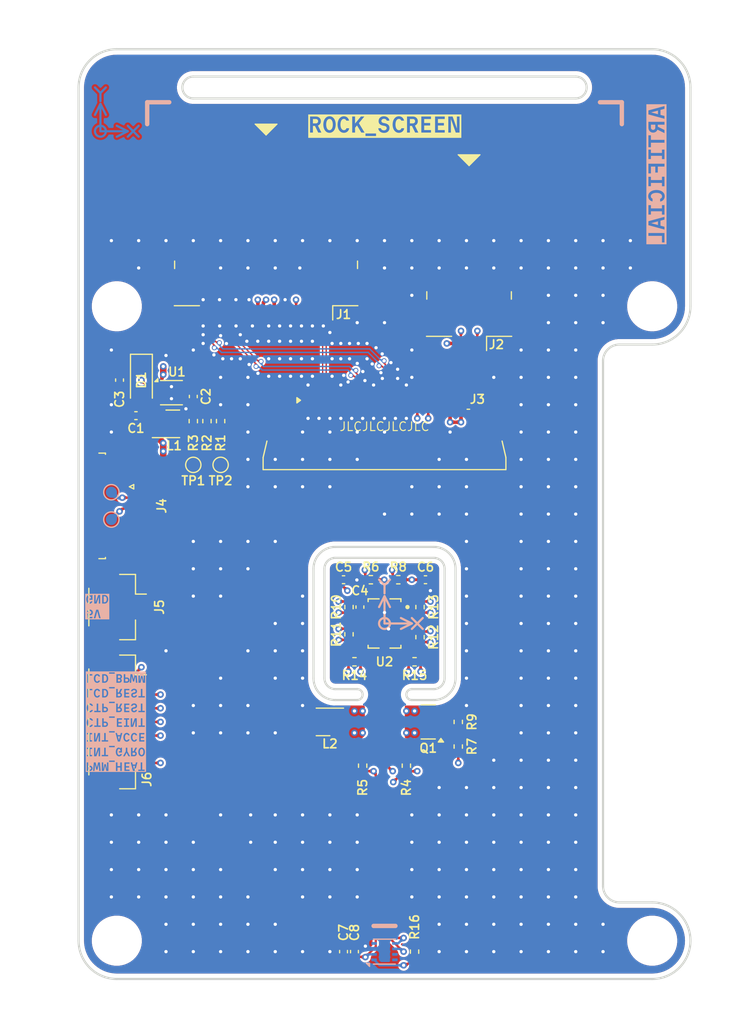
<source format=kicad_pcb>
(kicad_pcb (version 20241229) (generator "pcbnew") (generator_version "9.0")
  (title_block (title "ROCK_SCREEN"))
  (layers (0 "F.Cu" signal) (4 "In1.Cu" signal) (6 "In2.Cu" signal) (2 "B.Cu" signal) (13 "F.Paste" user) (15 "B.Paste" user) (5 "F.SilkS" user "F.Silkscreen") (7 "B.SilkS" user "B.Silkscreen") (1 "F.Mask" user) (3 "B.Mask" user) (25 "Edge.Cuts" user))
  (net 0 "")
  (net 1 "+5V")
  (net 2 "GND")
  (net 3 "Net-(U1-COMP)")
  (net 4 "/LCD_LEDA")
  (net 5 "+3.3V")
  (net 6 "Net-(C5-Pad1)")
  (net 7 "Net-(D1-A)")
  (net 9 "/LCD_LEDK")
  (net 11 "/LCD_RESET")
  (net 13 "/CTP_SDA")
  (net 14 "/CTP_RESET")
  (net 15 "/CTP_EINT")
  (net 16 "/CTP_SCL")
  (net 17 "/LCD_LED_PWM")
  (net 18 "/PWM_HEAT")
  (net 19 "/INT_ACCEL")
  (net 20 "/INT_GYRO")
  (net 21 "Net-(Q1-D)")
  (net 22 "Net-(Q1-G)")
  (net 23 "Net-(R2-Pad1)")
  (net 24 "Net-(U2-SDO1)")
  (net 25 "Net-(U2-SDO2)")
  (net 26 "Net-(U3-ADDR)")
  (net 33 "/MIPI.D1P")
  (net 34 "/MIPI.D0P")
  (net 35 "/MIPI.CLKP")
  (net 36 "/MIPI.D1N")
  (net 37 "/MIPI.CLKN")
  (net 38 "/MIPI.D0N")
  (footprint "Resistor_SMD:R_0402_1005Metric" (layer "F.Cu") (at 200 150.5 90)
    (property "Reference" "R10")
    (property "Value" "360Ω")
  )
  (footprint "Inductor_SMD_Wurth:L_Wurth_WE-LQSH-2512" (layer "F.Cu") (at 183.25 133.75)
    (property "Reference" "L1")
    (property "Value" "10µH")
  )
  (footprint "Resistor_SMD:R_0402_1005Metric" (layer "F.Cu") (at 206.5 150.5 90)
    (property "Reference" "R13")
    (property "Value" "360Ω")
  )
  (footprint "Capacitor_SMD:C_0402_1005Metric" (layer "F.Cu") (at 180.5 133 180)
    (property "Reference" "C1")
    (property "Value" "4.7µF")
  )
  (footprint "Resistor_SMD:R_0402_1005Metric" (layer "F.Cu") (at 200.5 155.5)
    (property "Reference" "R14")
    (property "Value" "360Ω")
  )
  (footprint "Capacitor_SMD:C_0402_1005Metric" (layer "F.Cu") (at 199.5 182 90)
    (property "Reference" "C7")
    (property "Value" "10µF")
  )
  (footprint "Resistor_SMD:R_0402_1005Metric" (layer "F.Cu") (at 200 152.99 90)
    (property "Reference" "R11")
    (property "Value" "360Ω")
  )
  (footprint "Capacitor_SMD:C_0402_1005Metric" (layer "F.Cu") (at 207 148)
    (property "Reference" "C6")
    (property "Value" "0.1μF")
  )
  (footprint "Resistor_SMD:R_0402_1005Metric" (layer "F.Cu") (at 206 182 -90)
    (property "Reference" "R16")
    (property "Value" "10kΩ")
  )
  (footprint "MountingHole:MountingHole_2.7mm_M2.5_ISO14580" (layer "F.Cu") (at 227.75 123)
    (property "Reference" "H2" (hide yes))
    (property "Value" "MountingHole")
  )
  (footprint "Resistor_SMD:R_0402_1005Metric" (layer "F.Cu") (at 210 161 -90)
    (property "Reference" "R9")
    (property "Value" "10kΩ")
  )
  (footprint "Capacitor_SMD:C_0402_1005Metric" (layer "F.Cu") (at 201 150.5 90)
    (property "Reference" "C4")
    (property "Value" "0.1μF")
  )
  (footprint "Capacitor_SMD:C_0402_1005Metric" (layer "F.Cu") (at 185.75 131.25 -90)
    (property "Reference" "C2")
    (property "Value" "220nF")
  )
  (footprint "Resistor_SMD:R_0402_1005Metric" (layer "F.Cu") (at 206.5 153.25 90)
    (property "Reference" "R12")
    (property "Value" "360Ω")
  )
  (footprint "Resistor_SMD:R_0402_1005Metric" (layer "F.Cu") (at 201.25 165 90)
    (property "Reference" "R5")
    (property "Value" "10kΩ")
  )
  (footprint "Capacitor_SMD:C_0402_1005Metric" (layer "F.Cu") (at 200.5 182 90)
    (property "Reference" "C8")
    (property "Value" "0.1µF")
  )
  (footprint "Connector_FFC-FPC:TE_0-1734839-8_1x08-1MP_P0.5mm_Horizontal" (layer "F.Cu") (at 179.75 141.25 -90)
    (property "Reference" "J4")
    (property "Value" "Conn_01x08_MountingPin")
  )
  (footprint "Resistor_SMD:R_0402_1005Metric" (layer "F.Cu") (at 187 133.5 90)
    (property "Reference" "R2")
    (property "Value" "20Ω")
  )
  (footprint "MountingHole:MountingHole_2.7mm_M2.5_ISO14580" (layer "F.Cu") (at 178.75 123)
    (property "Reference" "H1" (hide yes))
    (property "Value" "MountingHole")
  )
  (footprint "Connector_JST:JST_GH_SM02B-GHS-TB_1x02-1MP_P1.25mm_Horizontal" (layer "F.Cu") (at 178.75 150.5 -90)
    (property "Reference" "J5")
    (property "Value" "Conn_01x02_MountingPin")
  )
  (footprint "Artix_Library:BOSCH_PQFN50P450X300X100_16N" (layer "F.Cu") (at 203.25 152 -90)
    (property "Reference" "U2")
    (property "Value" "BMI088")
  )
  (footprint "Resistor_SMD:R_0402_1005Metric" (layer "F.Cu") (at 188.25 133.5 -90)
    (property "Reference" "R1")
    (property "Value" "10Ω")
  )
  (footprint "Resistor_SMD:R_0402_1005Metric" (layer "F.Cu") (at 202 148)
    (property "Reference" "R6")
    (property "Value" "360Ω")
  )
  (footprint "TestPoint:TestPoint_Pad_D1.0mm" (layer "F.Cu") (at 185.75 137.5 180)
    (property "Reference" "TP1")
    (property "Value" "TestPoint")
  )
  (footprint "MountingHole:MountingHole_2.7mm_M2.5_ISO14580" (layer "F.Cu") (at 227.75 181)
    (property "Reference" "H4" (hide yes))
    (property "Value" "MountingHole")
  )
  (footprint "Connector_FFC-FPC:JUSHUO_AFA07-S15FCA-00_1x15-1MP_P1.0mm_Horizontal" (layer "F.Cu") (at 203.25 135)
    (property "Reference" "J3")
    (property "Value" "Conn_01x15_MountingPin")
  )
  (footprint "Resistor_SMD:R_0402_1005Metric" (layer "F.Cu") (at 204.51 148)
    (property "Reference" "R8")
    (property "Value" "360Ω")
  )
  (footprint "Package_TO_SOT_SMD:SOT-23" (layer "F.Cu") (at 207.25 161 180)
    (property "Reference" "Q1")
    (property "Value" "AO3400A")
  )
  (footprint "Resistor_SMD:R_0402_1005Metric" (layer "F.Cu") (at 210 163.25 90)
    (property "Reference" "R7")
    (property "Value" "120Ω")
  )
  (footprint "TestPoint:TestPoint_Pad_D1.0mm" (layer "F.Cu") (at 188.25 137.5 180)
    (property "Reference" "TP2")
    (property "Value" "TestPoint")
  )
  (footprint "Capacitor_SMD:C_0402_1005Metric" (layer "F.Cu") (at 179 129.75 -90)
    (property "Reference" "C3")
    (property "Value" "1µF")
  )
  (footprint "Package_SON:WSON-6-1EP_2x2mm_P0.65mm_EP1x1.6mm_ThermalVias" (layer "F.Cu") (at 183.75 130.9)
    (property "Reference" "U1")
    (property "Value" "TPS61165DBV")
  )
  (footprint "MountingHole:MountingHole_2.7mm_M2.5_ISO14580" (layer "F.Cu") (at 178.75 181)
    (property "Reference" "H3" (hide yes))
    (property "Value" "MountingHole")
  )
  (footprint "Connector_JST:JST_GH_SM07B-GHS-TB_1x07-1MP_P1.25mm_Horizontal" (layer "F.Cu") (at 178.75 161 -90)
    (property "Reference" "J6")
    (property "Value" "Conn_01x07_MountingPin")
  )
  (footprint "Diode_SMD:D_SOD-123" (layer "F.Cu") (at 181 129.75 -90)
    (property "Reference" "D1")
    (property "Value" "MBR0540")
  )
  (footprint "Resistor_SMD:R_0402_1005Metric" (layer "F.Cu") (at 185.75 133.5 90)
    (property "Reference" "R3")
    (property "Value" "20Ω")
  )
  (footprint "Connector_FFC-FPC:Jushuo_AFC07-S24FCA-00_1x24-1MP_P0.50_Horizontal" (layer "F.Cu") (at 192.41 122 180)
    (property "Reference" "J1")
    (property "Value" "Conn_01x24_MountingPin")
  )
  (footprint "Inductor_SMD_Wurth:L_Wurth_WE-LQSH-2512" (layer "F.Cu") (at 198.25 161 180)
    (property "Reference" "L2")
    (property "Value" "10µH")
  )
  (footprint "Resistor_SMD:R_0402_1005Metric" (layer "F.Cu") (at 205.25 165 90)
    (property "Reference" "R4")
    (property "Value" "10kΩ")
  )
  (footprint "Resistor_SMD:R_0402_1005Metric" (layer "F.Cu") (at 206 155.5)
    (property "Reference" "R15")
    (property "Value" "360Ω")
  )
  (footprint "Capacitor_SMD:C_0402_1005Metric" (layer "F.Cu") (at 199.5 148)
    (property "Reference" "C5")
    (property "Value" "10μF")
  )
  (footprint "Connector_FFC-FPC:Jushuo_AFC07-S06FCA-00_1x6-1MP_P0.50_Horizontal" (layer "F.Cu") (at 210.99 124.8 180)
    (property "Reference" "J2")
    (property "Value" "Conn_01x06_MountingPin")
  )
  (footprint "Package_SON:WSON-8-1EP_2x2mm_P0.5mm_EP0.9x1.6mm" (layer "B.Cu") (at 203.25 182)
    (property "Reference" "U3" (hide yes))
    (property "Value" "BH1745NUC")
  )
  (footprint "TestPoint:TestPoint_Pad_D1.0mm" (layer "B.Cu") (at 178.25 140 -90)
    (property "Reference" "TP3" (hide yes))
    (property "Value" "TestPoint")
  )
  (footprint "TestPoint:TestPoint_Pad_D1.0mm" (layer "B.Cu") (at 178.25 142.5 -90)
    (property "Reference" "TP4" (hide yes))
    (property "Value" "TestPoint")
  )
  (gr_line (start 179.75 107) (end 178.75 107.5) (stroke (width 0.2)) (layer "B.Cu"))
  (gr_line (start 177.25 107) (end 177.25 104.5) (stroke (width 0.2)) (layer "B.Cu"))
  (gr_line (start 179.75 107) (end 178.75 106.5) (stroke (width 0.2)) (layer "B.Cu"))
  (gr_line (start 177.25 103.5) (end 177.25 104.25) (stroke (width 0.2)) (layer "B.Cu"))
  (gr_line (start 177.25 104.5) (end 176.75 105.5) (stroke (width 0.2)) (layer "B.Cu"))
  (gr_line (start 180.75 106.5) (end 179.75 107.5) (stroke (width 0.2)) (layer "B.Cu"))
  (gr_line (start 180.75 107.5) (end 179.75 106.5) (stroke (width 0.2)) (layer "B.Cu"))
  (gr_line (start 176.75 103) (end 177.25 103.5) (stroke (width 0.2)) (layer "B.Cu"))
  (gr_line (start 177.25 107) (end 179.75 107) (stroke (width 0.2)) (layer "B.Cu"))
  (gr_line (start 177.25 104.5) (end 177.75 105.5) (stroke (width 0.2)) (layer "B.Cu"))
  (gr_line (start 177.25 103.5) (end 177.75 103) (stroke (width 0.2)) (layer "B.Cu"))
  (gr_circle (center 177.25 107) (end 177.75 107) (stroke (width 0.2)) (fill no) (layer "B.Cu"))
  (gr_line (start 192.41 107.35) (end 191.41 106.35) (stroke (width 0.1)) (layer "F.SilkS"))
  (gr_poly (pts (xy 211.99 109.15) (xy 210.99 110.15) (xy 209.99 109.15)) (fill yes) (layer "F.SilkS"))
  (gr_line (start 209.99 109.15) (end 211.99 109.15) (stroke (width 0.1)) (layer "F.SilkS"))
  (gr_poly (pts (xy 193.41 106.35) (xy 192.41 107.35) (xy 191.41 106.35)) (fill yes) (layer "F.SilkS"))
  (gr_line (start 192.41 107.35) (end 193.41 106.35) (stroke (width 0.1)) (layer "F.SilkS"))
  (gr_line (start 210.99 110.15) (end 209.99 109.15) (stroke (width 0.1)) (layer "F.SilkS"))
  (gr_line (start 191.41 106.35) (end 193.41 106.35) (stroke (width 0.1)) (layer "F.SilkS"))
  (gr_line (start 210.99 110.15) (end 211.99 109.15) (stroke (width 0.1)) (layer "F.SilkS"))
  (gr_line (start 205.75 152) (end 204.75 151.5) (stroke (width 0.2)) (layer "B.SilkS"))
  (gr_line (start 181.53 104.35) (end 183.55 104.35) (stroke (width 0.4)) (layer "B.SilkS"))
  (gr_line (start 224.97 104.35) (end 222.97 104.35) (stroke (width 0.4)) (layer "B.SilkS"))
  (gr_line (start 203.25 148.5) (end 203.25 149.25) (stroke (width 0.2)) (layer "B.SilkS"))
  (gr_circle (center 203.25 152) (end 203.75 152) (stroke (width 0.2)) (fill no) (layer "B.SilkS"))
  (gr_line (start 224.97 104.35) (end 224.97 106.35) (stroke (width 0.4)) (layer "B.SilkS"))
  (gr_line (start 203.25 152) (end 203.25 149.5) (stroke (width 0.2)) (layer "B.SilkS"))
  (gr_line (start 203.25 148.5) (end 203.75 148) (stroke (width 0.2)) (layer "B.SilkS"))
  (gr_line (start 203.25 149.5) (end 202.75 150.5) (stroke (width 0.2)) (layer "B.SilkS"))
  (gr_line (start 202.75 148) (end 203.25 148.5) (stroke (width 0.2)) (layer "B.SilkS"))
  (gr_line (start 181.53 104.35) (end 181.53 106.35) (stroke (width 0.4)) (layer "B.SilkS"))
  (gr_line (start 206.75 152.5) (end 205.75 151.5) (stroke (width 0.2)) (layer "B.SilkS"))
  (gr_line (start 205.75 152) (end 204.75 152.5) (stroke (width 0.2)) (layer "B.SilkS"))
  (gr_line (start 206.75 151.5) (end 205.75 152.5) (stroke (width 0.2)) (layer "B.SilkS"))
  (gr_line (start 202.25 179.65) (end 204.25 179.65) (stroke (width 0.4)) (layer "B.SilkS"))
  (gr_line (start 203.25 149.5) (end 203.75 150.5) (stroke (width 0.2)) (layer "B.SilkS"))
  (gr_line (start 203.25 152) (end 205.75 152) (stroke (width 0.2)) (layer "B.SilkS"))
  (gr_line (start 227.75 99.5) (end 178.75 99.5) (stroke (width 0.2)) (layer "Edge.Cuts"))
  (gr_line (start 205.75 158) (end 207.75 158) (stroke (width 0.2)) (layer "Edge.Cuts"))
  (gr_arc (start 197.75 147) (mid 198.042893 146.292893) (end 198.75 146) (stroke (width 0.2)) (layer "Edge.Cuts"))
  (gr_arc (start 185.75 104) (mid 184.75 103) (end 185.75 102) (stroke (width 0.2)) (layer "Edge.Cuts"))
  (gr_line (start 198.75 159) (end 200.75 159) (stroke (width 0.2)) (layer "Edge.Cuts"))
  (gr_line (start 205.75 159) (end 207.75 159) (stroke (width 0.2)) (layer "Edge.Cuts"))
  (gr_arc (start 231.25 123) (mid 230.224874 125.474874) (end 227.75 126.5) (stroke (width 0.2)) (layer "Edge.Cuts"))
  (gr_arc (start 209.75 157) (mid 209.164214 158.414214) (end 207.75 159) (stroke (width 0.2)) (layer "Edge.Cuts"))
  (gr_arc (start 224.75 177.5) (mid 223.68934 177.06066) (end 223.25 176) (stroke (width 0.2)) (layer "Edge.Cuts"))
  (gr_arc (start 205.75 159) (mid 205.25 158.5) (end 205.75 158) (stroke (width 0.2)) (layer "Edge.Cuts"))
  (gr_line (start 198.75 146) (end 207.75 146) (stroke (width 0.2)) (layer "Edge.Cuts"))
  (gr_arc (start 207.75 145) (mid 209.164214 145.585786) (end 209.75 147) (stroke (width 0.2)) (layer "Edge.Cuts"))
  (gr_arc (start 175.25 103) (mid 176.275126 100.525126) (end 178.75 99.5) (stroke (width 0.2)) (layer "Edge.Cuts"))
  (gr_line (start 178.75 184.5) (end 227.75 184.5) (stroke (width 0.2)) (layer "Edge.Cuts"))
  (gr_line (start 227.75 177.5) (end 224.75 177.5) (stroke (width 0.2)) (layer "Edge.Cuts"))
  (gr_arc (start 196.75 147) (mid 197.335786 145.585786) (end 198.75 145) (stroke (width 0.2)) (layer "Edge.Cuts"))
  (gr_arc (start 198.75 158) (mid 198.042893 157.707107) (end 197.75 157) (stroke (width 0.2)) (layer "Edge.Cuts"))
  (gr_arc (start 198.75 159) (mid 197.335786 158.414214) (end 196.75 157) (stroke (width 0.2)) (layer "Edge.Cuts"))
  (gr_line (start 196.75 157) (end 196.75 147) (stroke (width 0.2)) (layer "Edge.Cuts"))
  (gr_line (start 223.25 176) (end 223.25 128) (stroke (width 0.2)) (layer "Edge.Cuts"))
  (gr_arc (start 220.75 102) (mid 221.75 103) (end 220.75 104) (stroke (width 0.2)) (layer "Edge.Cuts"))
  (gr_arc (start 208.75 157) (mid 208.457107 157.707107) (end 207.75 158) (stroke (width 0.2)) (layer "Edge.Cuts"))
  (gr_line (start 208.75 147) (end 208.75 157) (stroke (width 0.2)) (layer "Edge.Cuts"))
  (gr_arc (start 207.75 146) (mid 208.457107 146.292893) (end 208.75 147) (stroke (width 0.2)) (layer "Edge.Cuts"))
  (gr_arc (start 227.75 99.5) (mid 230.224874 100.525126) (end 231.25 103) (stroke (width 0.2)) (layer "Edge.Cuts"))
  (gr_line (start 185.75 104) (end 220.75 104) (stroke (width 0.2)) (layer "Edge.Cuts"))
  (gr_line (start 209.75 147) (end 209.75 157) (stroke (width 0.2)) (layer "Edge.Cuts"))
  (gr_arc (start 200.75 158) (mid 201.25 158.5) (end 200.75 159) (stroke (width 0.2)) (layer "Edge.Cuts"))
  (gr_line (start 197.75 157) (end 197.75 147) (stroke (width 0.2)) (layer "Edge.Cuts"))
  (gr_line (start 231.25 123) (end 231.25 103) (stroke (width 0.2)) (layer "Edge.Cuts"))
  (gr_line (start 198.75 145) (end 207.75 145) (stroke (width 0.2)) (layer "Edge.Cuts"))
  (gr_arc (start 223.25 128) (mid 223.68934 126.93934) (end 224.75 126.5) (stroke (width 0.2)) (layer "Edge.Cuts"))
  (gr_arc (start 227.75 177.5) (mid 231.25 181) (end 227.75 184.5) (stroke (width 0.2)) (layer "Edge.Cuts"))
  (gr_arc (start 178.75 184.5) (mid 176.275126 183.474874) (end 175.25 181) (stroke (width 0.2)) (layer "Edge.Cuts"))
  (gr_line (start 224.75 126.5) (end 227.75 126.5) (stroke (width 0.2)) (layer "Edge.Cuts"))
  (gr_line (start 175.25 103) (end 175.25 181) (stroke (width 0.2)) (layer "Edge.Cuts"))
  (gr_line (start 198.75 158) (end 200.75 158) (stroke (width 0.2)) (layer "Edge.Cuts"))
  (gr_line (start 185.75 102) (end 220.75 102) (stroke (width 0.2)) (layer "Edge.Cuts"))
  (gr_text "JLCJLCJLCJLC" (at 203.25 134 0) (layer "F.SilkS") (effects (font (size 0.8 0.8))))
  (gr_text "ROCK_SCREEN" (at 203.25 106.5 0) (layer "F.SilkS" knockout) (effects (font (size 1.5 1.5) (thickness 0.3) (bold yes))))
  (gr_text "PWM_HEAT\nINT_GYRO\nINT_ACCE\nCTP_EINT\nCTP_REST\nLCD_REST\nLCD_BPWM" (at 175.95 161 180) (layer "B.SilkS" knockout) (effects (font (size 0.8 0.8) (thickness 0.16) (bold yes)) (justify left mirror)))
  (gr_text "ARTIFICIAL" (at 228.25 111 90) (layer "B.SilkS" knockout) (effects (font (size 1.5 1.5) (thickness 0.3) (bold yes)) (justify mirror)))
  (gr_text "5V\nGND" (at 175.95 150.4 180) (layer "B.SilkS" knockout) (effects (font (size 0.8 0.8) (thickness 0.2) (bold yes)) (justify left mirror)))
  (segment (start 182.375 133.75) (end 182.375 134.875) (width 0.6) (layer "F.Cu") (net 1))
  (segment (start 184.625 151.125) (end 194.5 161) (width 0.6) (layer "F.Cu") (net 1))
  (segment (start 183 140) (end 183 151.125) (width 0.6) (layer "F.Cu") (net 1))
  (segment (start 181.1 142.5) (end 183 142.5) (width 0.3) (layer "F.Cu") (net 1))
  (segment (start 180.6 151.125) (end 184.625 151.125) (width 0.6) (layer "F.Cu") (net 1))
  (segment (start 180.98 133) (end 181.625 133) (width 0.2) (layer "F.Cu") (net 1))
  (segment (start 181.1 140) (end 183 140) (width 0.3) (layer "F.Cu") (net 1))
  (segment (start 182.8625 129.3875) (end 183 129.25) (width 0.3) (layer "F.Cu") (net 1))
  (segment (start 194.5 161) (end 197.375 161) (width 0.6) (layer "F.Cu") (net 1))
  (segment (start 183 128.5) (end 183 129.25) (width 0.6) (layer "F.Cu") (net 1))
  (segment (start 181.625 133) (end 182.375 133.75) (width 0.2) (layer "F.Cu") (net 1))
  (segment (start 182.8625 130.25) (end 182.8625 129.3875) (width 0.3) (layer "F.Cu") (net 1))
  (segment (start 182.375 134.875) (end 183 135.5) (width 0.6) (layer "F.Cu") (net 1))
  (segment (start 183 140) (end 183 135.5) (width 0.6) (layer "F.Cu") (net 1))
  (via (at 183 129.25) (size 0.6) (drill 0.3) (layers "F.Cu" "B.Cu") (net 1))
  (via (at 183 128.5) (size 0.6) (drill 0.3) (layers "F.Cu" "B.Cu") (net 1))
  (via (at 183 135.5) (size 0.6) (drill 0.3) (layers "F.Cu" "B.Cu") (net 1))
  (via (at 183 136.25) (size 0.6) (drill 0.3) (layers "F.Cu" "B.Cu") (net 1))
  (segment (start 199.98 148) (end 200.698529 148) (width 0.2) (layer "F.Cu") (net 2))
  (segment (start 200.698529 148) (end 200.720002 148.021473) (width 0.2) (layer "F.Cu") (net 2))
  (segment (start 203.619998 152.736998) (end 203.619998 152.5) (width 0.16) (layer "F.Cu") (net 2))
  (segment (start 203.619998 152.263002) (end 203.619998 152.5) (width 0.16) (layer "F.Cu") (net 2))
  (segment (start 203.883 153) (end 203.619998 152.736998) (width 0.16) (layer "F.Cu") (net 2))
  (segment (start 204.415 153) (end 203.883 153) (width 0.16) (layer "F.Cu") (net 2))
  (segment (start 207.48 148.97) (end 207.45 149) (width 0.2) (layer "F.Cu") (net 2))
  (segment (start 188.25 137.5) (end 188.25 134.01) (width 0.2) (layer "F.Cu") (net 2))
  (segment (start 204.415 151) (end 203.25 151) (width 0.16) (layer "F.Cu") (net 2))
  (segment (start 207.48 148) (end 207.48 148.97) (width 0.2) (layer "F.Cu") (net 2))
  (segment (start 203.883 152) (end 203.619998 152.263002) (width 0.16) (layer "F.Cu") (net 2))
  (segment (start 204.415 152) (end 203.883 152) (width 0.16) (layer "F.Cu") (net 2))
  (via (at 197.25 133.25) (size 0.6) (drill 0.3) (layers "F.Cu" "B.Cu") (net 2))
  (via (at 208.25 177) (size 0.6) (drill 0.3) (layers "F.Cu" "B.Cu") (net 2))
  (via (at 213.25 129.5) (size 0.6) (drill 0.3) (layers "F.Cu" "B.Cu") (net 2))
  (via (at 218.25 154.5) (size 0.6) (drill 0.3) (layers "F.Cu" "B.Cu") (net 2))
  (via (at 220.75 164.5) (size 0.6) (drill 0.3) (layers "F.Cu" "B.Cu") (net 2))
  (via (at 220.75 154.5) (size 0.6) (drill 0.3) (layers "F.Cu" "B.Cu") (net 2))
  (via (at 188.25 144.5) (size 0.6) (drill 0.3) (layers "F.Cu" "B.Cu") (net 2))
  (via (at 203.25 151) (size 0.6) (drill 0.3) (layers "F.Cu" "B.Cu") (net 2))
  (via (at 205.75 177) (size 0.6) (drill 0.3) (layers "F.Cu" "B.Cu") (net 2))
  (via (at 193.25 137) (size 0.6) (drill 0.3) (layers "F.Cu" "B.Cu") (net 2))
  (via (at 201.267601 128.969871) (size 0.45) (drill 0.3) (layers "F.Cu" "B.Cu") (net 2))
  (via (at 185.75 182) (size 0.6) (drill 0.3) (layers "F.Cu" "B.Cu") (net 2))
  (via (at 198.25 117) (size 0.6) (drill 0.3) (layers "F.Cu" "B.Cu") (net 2))
  (via (at 218.25 144.5) (size 0.6) (drill 0.3) (layers "F.Cu" "B.Cu") (net 2))
  (via (at 190.75 179.5) (size 0.6) (drill 0.3) (layers "F.Cu" "B.Cu") (net 2))
  (via (at 205.75 174.5) (size 0.6) (drill 0.3) (layers "F.Cu" "B.Cu") (net 2))
  (via (at 203.25 124.5) (size 0.6) (drill 0.3) (layers "F.Cu" "B.Cu") (net 2))
  (via (at 190.75 134.5) (size 0.6) (drill 0.3) (layers "F.Cu" "B.Cu") (net 2))
  (via (at 195.75 149.5) (size 0.6) (drill 0.3) (layers "F.Cu" "B.Cu") (net 2))
  (via (at 193.25 157) (size 0.6) (drill 0.3) (layers "F.Cu" "B.Cu") (net 2))
  (via (at 188.25 182) (size 0.6) (drill 0.3) (layers "F.Cu" "B.Cu") (net 2))
  (via (at 215.75 137) (size 0.6) (drill 0.3) (layers "F.Cu" "B.Cu") (net 2))
  (via (at 215.75 154.5) (size 0.6) (drill 0.3) (layers "F.Cu" "B.Cu") (net 2))
  (via (at 195.75 159.5) (size 0.6) (drill 0.3) (layers "F.Cu" "B.Cu") (net 2))
  (via (at 220.75 162) (size 0.6) (drill 0.3) (layers "F.Cu" "B.Cu") (net 2))
  (via (at 218.25 132) (size 0.6) (drill 0.3) (layers "F.Cu" "B.Cu") (net 2))
  (via (at 193.65 129.4) (size 0.45) (drill 0.3) (layers "F.Cu" "B.Cu") (net 2))
  (via (at 213.25 164.5) (size 0.6) (drill 0.3) (layers "F.Cu" "B.Cu") (net 2))
  (via (at 178.25 177) (size 0.6) (drill 0.3) (layers "F.Cu" "B.Cu") (net 2))
  (via (at 218.25 119.5) (size 0.6) (drill 0.3) (layers "F.Cu" "B.Cu") (net 2))
  (via (at 200.75 174.5) (size 0.6) (drill 0.3) (layers "F.Cu" "B.Cu") (net 2))
  (via (at 210.75 154.5) (size 0.6) (drill 0.3) (layers "F.Cu" "B.Cu") (net 2))
  (via (at 193.25 139.5) (size 0.6) (drill 0.3) (layers "F.Cu" "B.Cu") (net 2))
  (via (at 215.75 169.5) (size 0.6) (drill 0.3) (layers "F.Cu" "B.Cu") (net 2))
  (via (at 201.25 133.25) (size 0.6) (drill 0.3) (layers "F.Cu" "B.Cu") (net 2))
  (via (at 215.75 162) (size 0.6) (drill 0.3) (layers "F.Cu" "B.Cu") (net 2))
  (via (at 205.75 119.5) (size 0.6) (drill 0.3) (layers "F.Cu" "B.Cu") (net 2))
  (via (at 183.25 182) (size 0.6) (drill 0.3) (layers "F.Cu" "B.Cu") (net 2))
  (via (at 187.634823 127.444697) (size 0.45) (drill 0.3) (layers "F.Cu" "B.Cu") (net 2))
  (via (at 180.75 177) (size 0.6) (drill 0.3) (layers "F.Cu" "B.Cu") (net 2))
  (via (at 200.75 172) (size 0.6) (drill 0.3) (layers "F.Cu" "B.Cu") (net 2))
  (via (at 210.75 169.5) (size 0.6) (drill 0.3) (layers "F.Cu" "B.Cu") (net 2))
  (via (at 194.15 122.4) (size 0.6) (drill 0.3) (layers "F.Cu" "B.Cu") (net 2))
  (via (at 185.75 174.5) (size 0.6) (drill 0.3) (layers "F.Cu" "B.Cu") (net 2))
  (via (at 218.25 117) (size 0.6) (drill 0.3) (layers "F.Cu" "B.Cu") (net 2))
  (via (at 190.75 139.5) (size 0.6) (drill 0.3) (layers "F.Cu" "B.Cu") (net 2))
  (via (at 208.25 167) (size 0.6) (drill 0.3) (layers "F.Cu" "B.Cu") (net 2))
  (via (at 191.65 126.2) (size 0.45) (drill 0.3) (layers "F.Cu" "B.Cu") (net 2))
  (via (at 196.25 133.25) (size 0.6) (drill 0.3) (layers "F.Cu" "B.Cu") (net 2))
  (via (at 185.75 149.5) (size 0.6) (drill 0.3) (layers "F.Cu" "B.Cu") (net 2))
  (via (at 205.25 133.25) (size 0.6) (drill 0.3) (layers "F.Cu" "B.Cu") (net 2))
  (via (at 220.75 159.5) (size 0.6) (drill 0.3) (layers "F.Cu" "B.Cu") (net 2))
  (via (at 183.25 154.5) (size 0.6) (drill 0.3) (layers "F.Cu" "B.Cu") (net 2))
  (via (at 225.75 119.5) (size 0.6) (drill 0.3) (layers "F.Cu" "B.Cu") (net 2))
  (via (at 210.75 117) (size 0.6) (drill 0.3) (layers "F.Cu" "B.Cu") (net 2))
  (via (at 188.25 162) (size 0.6) (drill 0.3) (layers "F.Cu" "B.Cu") (net 2))
  (via (at 210.75 139.5) (size 0.6) (drill 0.3) (layers "F.Cu" "B.Cu") (net 2))
  (via (at 196.25 130.2) (size 0.45) (drill 0.3) (layers "F.Cu" "B.Cu") (net 2))
  (via (at 193.65 127.8) (size 0.45) (drill 0.3) (layers "F.Cu" "B.Cu") (net 2))
  (via (at 195.65 129.4) (size 0.45) (drill 0.3) (layers "F.Cu" "B.Cu") (net 2))
  (via (at 188.25 174.5) (size 0.6) (drill 0.3) (layers "F.Cu" "B.Cu") (net 2))
  (via (at 190.75 119.5) (size 0.6) (drill 0.3) (layers "F.Cu" "B.Cu") (net 2))
  (via (at 196.65 129.4) (size 0.45) (drill 0.3) (layers "F.Cu" "B.Cu") (net 2))
  (via (at 188.78252 126.409734) (size 0.45) (drill 0.3) (layers "F.Cu" "B.Cu") (net 2))
  (via (at 218.25 174.5) (size 0.6) (drill 0.3) (layers "F.Cu" "B.Cu") (net 2))
  (via (at 193.25 162) (size 0.6) (drill 0.3) (layers "F.Cu" "B.Cu") (net 2))
  (via (at 189.66 124.8) (size 0.45) (drill 0.3) (layers "F.Cu" "B.Cu") (net 2))
  (via (at 220.75 169.5) (size 0.6) (drill 0.3) (layers "F.Cu" "B.Cu") (net 2))
  (via (at 220.75 149.5) (size 0.6) (drill 0.3) (layers "F.Cu" "B.Cu") (net 2))
  (via (at 195.65 127.8) (size 0.45) (drill 0.3) (layers "F.Cu" "B.Cu") (net 2))
  (via (at 195.75 169.5) (size 0.6) (drill 0.3) (layers "F.Cu" "B.Cu") (net 2))
  (via (at 220.75 119.5) (size 0.6) (drill 0.3) (layers "F.Cu" "B.Cu") (net 2))
  (via (at 201.456037 129.793963) (size 0.45) (drill 0.3) (layers "F.Cu" "B.Cu") (net 2))
  (via (at 203.25 134.5) (size 0.6) (drill 0.3) (layers "F.Cu" "B.Cu") (net 2))
  (via (at 200.75 177) (size 0.6) (drill 0.3) (layers "F.Cu" "B.Cu") (net 2))
  (via (at 203.05 129.6) (size 0.45) (drill 0.3) (layers "F.Cu" "B.Cu") (net 2))
  (via (at 190.75 177) (size 0.6) (drill 0.3) (layers "F.Cu" "B.Cu") (net 2))
  (via (at 203.25 117) (size 0.6) (drill 0.3) (layers "F.Cu" "B.Cu") (net 2))
  (via (at 215.75 182) (size 0.6) (drill 0.3) (layers "F.Cu" "B.Cu") (net 2))
  (via (at 220.75 129.5) (size 0.6) (drill 0.3) (layers "F.Cu" "B.Cu") (net 2))
  (via (at 191 172) (size 0.6) (drill 0.3) (layers "F.Cu" "B.Cu") (net 2))
  (via (at 201.5 181.5) (size 0.6) (drill 0.3) (layers "F.Cu" "B.Cu") (net 2))
  (via (at 195.5 119.5) (size 0.6) (drill 0.3) (layers "F.Cu" "B.Cu") (net 2))
  (via (at 190.75 117) (size 0.6) (drill 0.3) (layers "F.Cu" "B.Cu") (net 2))
  (via (at 210.75 177) (size 0.6) (drill 0.3) (layers "F.Cu" "B.Cu") (net 2))
  (via (at 194.65 127.8) (size 0.45) (drill 0.3) (layers "F.Cu" "B.Cu") (net 2))
  (via (at 210.75 144.5) (size 0.6) (drill 0.3) (layers "F.Cu" "B.Cu") (net 2))
  (via (at 192.65 124.8) (size 0.45) (drill 0.3) (layers "F.Cu" "B.Cu") (net 2))
  (via (at 220.75 167) (size 0.6) (drill 0.3) (layers "F.Cu" "B.Cu") (net 2))
  (via (at 200.85 126.4) (size 0.45) (drill 0.3) (layers "F.Cu" "B.Cu") (net 2))
  (via (at 195.75 177) (size 0.6) (drill 0.3) (layers "F.Cu" "B.Cu") (net 2))
  (via (at 198.25 134.5) (size 0.6) (drill 0.3) (layers "F.Cu" "B.Cu") (net 2))
  (via (at 204.45 128.758174) (size 0.45) (drill 0.3) (layers "F.Cu" "B.Cu") (net 2))
  (via (at 190.75 154.5) (size 0.6) (drill 0.3) (layers "F.Cu" "B.Cu") (net 2))
  (via (at 190.65 126.2) (size 0.45) (drill 0.3) (layers "F.Cu" "B.Cu") (net 2))
  (via (at 220.75 132) (size 0.6) (drill 0.3) (layers "F.Cu" "B.Cu") (net 2))
  (via (at 218.25 147) (size 0.6) (drill 0.3) (layers "F.Cu" "B.Cu") (net 2))
  (via (at 189.25 127.8) (size 0.45) (drill 0.3) (layers "F.Cu" "B.Cu") (net 2))
  (via (at 215.75 149.5) (size 0.6) (drill 0.3) (layers "F.Cu" "B.Cu") (net 2))
  (via (at 215.75 132) (size 0.6) (drill 0.3) (layers "F.Cu" "B.Cu") (net 2))
  (via (at 195.75 154.5) (size 0.6) (drill 0.3) (layers "F.Cu" "B.Cu") (net 2))
  (via (at 186.65 124.8) (size 0.45) (drill 0.3) (layers "F.Cu" "B.Cu") (net 2))
  (via (at 207.45 149) (size 0.6) (drill 0.3) (layers "F.Cu" "B.Cu") (net 2))
  (via (at 220.75 157) (size 0.6) (drill 0.3) (layers "F.Cu" "B.Cu") (net 2))
  (via (at 223.25 124.5) (size 0.6) (drill 0.3) (layers "F.Cu" "B.Cu") (net 2))
  (via (at 210.75 172) (size 0.6) (drill 0.3) (layers "F.Cu" "B.Cu") (net 2))
  (via (at 218.25 137) (size 0.6) (drill 0.3) (layers "F.Cu" "B.Cu") (net 2))
  (via (at 215.75 167) (size 0.6) (drill 0.3) (layers "F.Cu" "B.Cu") (net 2))
  (via (at 215.75 147) (size 0.6) (drill 0.3) (layers "F.Cu" "B.Cu") (net 2))
  (via (at 223.25 182) (size 0.6) (drill 0.3) (layers "F.Cu" "B.Cu") (net 2))
  (via (at 203.619998 152.5) (size 0.6) (drill 0.3) (layers "F.Cu" "B.Cu") (net 2))
  (via (at 210.75 149.5) (size 0.6) (drill 0.3) (layers "F.Cu" "B.Cu") (net 2))
  (via (at 193.25 169.5) (size 0.6) (drill 0.3) (layers "F.Cu" "B.Cu") (net 2))
  (via (at 199.25 126.4) (size 0.45) (drill 0.3) (layers "F.Cu" "B.Cu") (net 2))
  (via (at 205.75 142) (size 0.6) (drill 0.3) (layers "F.Cu" "B.Cu") (net 2))
  (via (at 202.921271 129.071058) (size 0.45) (drill 0.3) (layers "F.Cu" "B.Cu") (net 2))
  (via (at 195.75 152) (size 0.6) (drill 0.3) (layers "F.Cu" "B.Cu") (net 2))
  (via (at 190.857027 128.323814) (size 0.45) (drill 0.3) (layers "F.Cu" "B.Cu") (net 2))
  (via (at 208.25 182) (size 0.6) (drill 0.3) (layers "F.Cu" "B.Cu") (net 2))
  (via (at 185.75 162) (size 0.6) (drill 0.3) (layers "F.Cu" "B.Cu") (net 2))
  (via (at 178.25 174.5) (size 0.6) (drill 0.3) (layers "F.Cu" "B.Cu") (net 2))
  (via (at 220.75 147) (size 0.6) (drill 0.3) (layers "F.Cu" "B.Cu") (net 2))
  (via (at 213.25 172) (size 0.6) (drill 0.3) (layers "F.Cu" "B.Cu") (net 2))
  (via (at 198.25 137) (size 0.6) (drill 0.3) (layers "F.Cu" "B.Cu") (net 2))
  (via (at 190.75 159.5) (size 0.6) (drill 0.3) (layers "F.Cu" "B.Cu") (net 2))
  (via (at 196.65 124.8) (size 0.45) (drill 0.3) (layers "F.Cu" "B.Cu") (net 2))
  (via (at 215.75 152) (size 0.6) (drill 0.3) (layers "F.Cu" "B.Cu") (net 2))
  (via (at 199.25 127.8) (size 0.45) (drill 0.3) (layers "F.Cu" "B.Cu") (net 2))
  (via (at 194.65 124.8) (size 0.45) (drill 0.3) (layers "F.Cu" "B.Cu") (net 2))
  (via (at 198.25 172) (size 0.6) (drill 0.3) (layers "F.Cu" "B.Cu") (net 2))
  (via (at 193.25 144.5) (size 0.6) (drill 0.3) (layers "F.Cu" "B.Cu") (net 2))
  (via (at 178.25 132) (size 0.6) (drill 0.3) (layers "F.Cu" "B.Cu") (net 2))
  (via (at 218.25 142) (size 0.6) (drill 0.3) (layers "F.Cu" "B.Cu") (net 2))
  (via (at 188.25 157) (size 0.6) (drill 0.3) (layers "F.Cu" "B.Cu") (net 2))
  (via (at 223.25 179.5) (size 0.6) (drill 0.3) (layers "F.Cu" "B.Cu") (net 2))
  (via (at 218.25 129.5) (size 0.6) (drill 0.3) (layers "F.Cu" "B.Cu") (net 2))
  (via (at 183.25 127.5) (size 0.6) (drill 0.3) (layers "F.Cu" "B.Cu") (net 2))
  (via (at 188.25 147) (size 0.6) (drill 0.3) (layers "F.Cu" "B.Cu") (net 2))
  (via (at 208.25 119.5) (size 0.6) (drill 0.3) (layers "F.Cu" "B.Cu") (net 2))
  (via (at 198.25 182) (size 0.6) (drill 0.3) (layers "F.Cu" "B.Cu") (net 2))
  (via (at 218.25 127) (size 0.6) (drill 0.3) (layers "F.Cu" "B.Cu") (net 2))
  (via (at 220.75 124.5) (size 0.6) (drill 0.3) (layers "F.Cu" "B.Cu") (net 2))
  (via (at 210.75 142) (size 0.6) (drill 0.3) (layers "F.Cu" "B.Cu") (net 2))
  (via (at 190.05 125.6) (size 0.45) (drill 0.3) (layers "F.Cu" "B.Cu") (net 2))
  (via (at 200.75 134.5) (size 0.6) (drill 0.3) (layers "F.Cu" "B.Cu") (net 2))
  (via (at 196.65 127.8) (size 0.45) (drill 0.3) (layers "F.Cu" "B.Cu") (net 2))
  (via (at 200.75 124.5) (size 0.6) (drill 0.3) (layers "F.Cu" "B.Cu") (net 2))
  (via (at 185.75 117) (size 0.6) (drill 0.3) (layers "F.Cu" "B.Cu") (net 2))
  (via (at 183.25 177) (size 0.6) (drill 0.3) (layers "F.Cu" "B.Cu") (net 2))
  (via (at 208.25 179.5) (size 0.6) (drill 0.3) (layers "F.Cu" "B.Cu") (net 2))
  (via (at 215.75 119.5) (size 0.6) (drill 0.3) (layers "F.Cu" "B.Cu") (net 2))
  (via (at 194.65 126.2) (size 0.45) (drill 0.3) (layers "F.Cu" "B.Cu") (net 2))
  (via (at 220.75 172) (size 0.6) (drill 0.3) (layers "F.Cu" "B.Cu") (net 2))
  (via (at 220.75 137) (size 0.6) (drill 0.3) (layers "F.Cu" "B.Cu") (net 2))
  (via (at 188.16 124.8) (size 0.45) (drill 0.3) (layers "F.Cu" "B.Cu") (net 2))
  (via (at 213.25 119.5) (size 0.6) (drill 0.3) (layers "F.Cu" "B.Cu") (net 2))
  (via (at 202.475341 126.791553) (size 0.45) (drill 0.3) (layers "F.Cu" "B.Cu") (net 2))
  (via (at 195.75 117) (size 0.6) (drill 0.3) (layers "F.Cu" "B.Cu") (net 2))
  (via (at 215.75 179.5) (size 0.6) (drill 0.3) (layers "F.Cu" "B.Cu") (net 2))
  (via (at 190.75 182) (size 0.6) (drill 0.3) (layers "F.Cu" "B.Cu") (net 2))
  (via (at 205.75 127) (size 0.6) (drill 0.3) (layers "F.Cu" "B.Cu") (net 2))
  (via (at 193.65 124.8) (size 0.45) (drill 0.3) (layers "F.Cu" "B.Cu") (net 2))
  (via (at 178.25 127) (size 0.6) (drill 0.3) (layers "F.Cu" "B.Cu") (net 2))
  (via (at 209.25 134.5) (size 0.6) (drill 0.3) (layers "F.Cu" "B.Cu") (net 2))
  (via (at 185.75 179.5) (size 0.6) (drill 0.3) (layers "F.Cu" "B.Cu") (net 2))
  (via (at 210.75 182) (size 0.6) (drill 0.3) (layers "F.Cu" "B.Cu") (net 2))
  (via (at 185.75 159.5) (size 0.6) (drill 0.3) (layers "F.Cu" "B.Cu") (net 2))
  (via (at 220.75 174.5) (size 0.6) (drill 0.3) (layers "F.Cu" "B.Cu") (net 2))
  (via (at 205.75 129.5) (size 0.6) (drill 0.3) (layers "F.Cu" "B.Cu") (net 2))
  (via (at 218.25 157) (size 0.6) (drill 0.3) (layers "F.Cu" "B.Cu") (net 2))
  (via (at 210.75 137) (size 0.6) (drill 0.3) (layers "F.Cu" "B.Cu") (net 2))
  (via (at 178.25 134.5) (size 0.6) (drill 0.3) (layers "F.Cu" "B.Cu") (net 2))
  (via (at 218.25 159.5) (size 0.6) (drill 0.3) (layers "F.Cu" "B.Cu") (net 2))
  (via (at 185.75 147) (size 0.6) (drill 0.3) (layers "F.Cu" "B.Cu") (net 2))
  (via (at 192.65 129.4) (size 0.45) (drill 0.3) (layers "F.Cu" "B.Cu") (net 2))
  (via (at 210.75 152) (size 0.6) (drill 0.3) (layers "F.Cu" "B.Cu") (net 2))
  (via (at 208.25 169.5) (size 0.6) (drill 0.3) (layers "F.Cu" "B.Cu") (net 2))
  (via (at 220.75 179.5) (size 0.6) (drill 0.3) (layers "F.Cu" "B.Cu") (net 2))
  (via (at 190.75 147) (size 0.6) (drill 0.3) (layers "F.Cu" "B.Cu") (net 2))
  (via (at 200.75 137) (size 0.6) (drill 0.3) (layers "F.Cu" "B.Cu") (net 2))
  (via (at 191.66552 129.132308) (size 0.45) (drill 0.3) (layers "F.Cu" "B.Cu") (net 2))
  (via (at 208.25 174.5) (size 0.6) (drill 0.3) (layers "F.Cu" "B.Cu") (net 2))
  (via (at 225.75 117) (size 0.6) (drill 0.3) (layers "F.Cu" "B.Cu") (net 2))
  (via (at 186.65 125.6) (size 0.45) (drill 0.3) (layers "F.Cu" "B.Cu") (net 2))
  (via (at 180.75 169.5) (size 0.6) (drill 0.3) (layers "F.Cu" "B.Cu") (net 2))
  (via (at 193.25 179.5) (size 0.6) (drill 0.3) (layers "F.Cu" "B.Cu") (net 2))
  (via (at 199.915712 129.922214) (size 0.45) (drill 0.3) (layers "F.Cu" "B.Cu") (net 2))
  (via (at 188.25 149.5) (size 0.6) (drill 0.3) (layers "F.Cu" "B.Cu") (net 2))
  (via (at 188.25 117) (size 0.6) (drill 0.3) (layers "F.Cu" "B.Cu") (net 2))
  (via (at 186.65 126.4) (size 0.45) (drill 0.3) (layers "F.Cu" "B.Cu") (net 2))
  (via (at 218.25 139.5) (size 0.6) (drill 0.3) (layers "F.Cu" "B.Cu") (net 2))
  (via (at 220.75 127) (size 0.6) (drill 0.3) (layers "F.Cu" "B.Cu") (net 2))
  (via (at 188.25 132) (size 0.6) (drill 0.3) (layers "F.Cu" "B.Cu") (net 2))
  (via (at 195.75 137) (size 0.6) (drill 0.3) (layers "F.Cu" "B.Cu") (net 2))
  (via (at 195.75 157) (size 0.6) (drill 0.3) (layers "F.Cu" "B.Cu") (net 2))
  (via (at 183.25 174.5) (size 0.6) (drill 0.3) (layers "F.Cu" "B.Cu") (net 2))
  (via (at 218.25 177) (size 0.6) (drill 0.3) (layers "F.Cu" "B.Cu") (net 2))
  (via (at 188.25 177) (size 0.6) (drill 0.3) (layers "F.Cu" "B.Cu") (net 2))
  (via (at 215.75 139.5) (size 0.6) (drill 0.3) (layers "F.Cu" "B.Cu") (net 2))
  (via (at 195.75 172) (size 0.6) (drill 0.3) (layers "F.Cu" "B.Cu") (net 2))
  (via (at 195.65 126.2) (size 0.45) (drill 0.3) (layers "F.Cu" "B.Cu") (net 2))
  (via (at 220.75 122) (size 0.6) (drill 0.3) (layers "F.Cu" "B.Cu") (net 2))
  (via (at 192.65 126.2) (size 0.45) (drill 0.3) (layers "F.Cu" "B.Cu") (net 2))
  (via (at 198.45 126.4) (size 0.45) (drill 0.3) (layers "F.Cu" "B.Cu") (net 2))
  (via (at 218.25 172) (size 0.6) (drill 0.3) (layers "F.Cu" "B.Cu") (net 2))
  (via (at 218.25 152) (size 0.6) (drill 0.3) (layers "F.Cu" "B.Cu") (net 2))
  (via (at 215.75 117) (size 0.6) (drill 0.3) (layers "F.Cu" "B.Cu") (net 2))
  (via (at 204.45 129.6) (size 0.45) (drill 0.3) (layers "F.Cu" "B.Cu") (net 2))
  (via (at 215.75 142) (size 0.6) (drill 0.3) (layers "F.Cu" "B.Cu") (net 2))
  (via (at 203.037795 127.354007) (size 0.45) (drill 0.3) (layers "F.Cu" "B.Cu") (net 2))
  (via (at 205.25 130.2) (size 0.45) (drill 0.3) (layers "F.Cu" "B.Cu") (net 2))
  (via (at 215.75 127) (size 0.6) (drill 0.3) (layers "F.Cu" "B.Cu") (net 2))
  (via (at 220.75 177) (size 0.6) (drill 0.3) (layers "F.Cu" "B.Cu") (net 2))
  (via (at 205.75 172) (size 0.6) (drill 0.3) (layers "F.Cu" "B.Cu") (net 2))
  (via (at 215.75 172) (size 0.6) (drill 0.3) (layers "F.Cu" "B.Cu") (net 2))
  (via (at 220.75 139.5) (size 0.6) (drill 0.3) (layers "F.Cu" "B.Cu") (net 2))
  (via (at 210.75 119.5) (size 0.6) (drill 0.3) (layers "F.Cu" "B.Cu") (net 2))
  (via (at 218.25 167) (size 0.6) (drill 0.3) (layers "F.Cu" "B.Cu") (net 2))
  (via (at 213.25 179.5) (size 0.6) (drill 0.3) (layers "F.Cu" "B.Cu") (net 2))
  (via (at 192.65 127.8) (size 0.45) (drill 0.3) (layers "F.Cu" "B.Cu") (net 2))
  (via (at 223.25 122) (size 0.6) (drill 0.3) (layers "F.Cu" "B.Cu") (net 2))
  (via (at 218.25 134.5) (size 0.6) (drill 0.3) (layers "F.Cu" "B.Cu") (net 2))
  (via (at 220.75 142) (size 0.6) (drill 0.3) (layers "F.Cu" "B.Cu") (net 2))
  (via (at 193.25 117) (size 0.6) (drill 0.3) (layers "F.Cu" "B.Cu") (net 2))
  (via (at 178.25 169.5) (size 0.6) (drill 0.3) (layers "F.Cu" "B.Cu") (net 2))
  (via (at 210.75 157) (size 0.6) (drill 0.3) (layers "F.Cu" "B.Cu") (net 2))
  (via (at 180.75 117) (size 0.6) (drill 0.3) (layers "F.Cu" "B.Cu") (net 2))
  (via (at 204.25 133.25) (size 0.6) (drill 0.3) (layers "F.Cu" "B.Cu") (net 2))
  (via (at 213.25 167) (size 0.6) (drill 0.3) (layers "F.Cu" "B.Cu") (net 2))
  (via (at 199.25 130.2) (size 0.45) (drill 0.3) (layers "F.Cu" "B.Cu") (net 2))
  (via (at 198.25 174.5) (size 0.6) (drill 0.3) (layers "F.Cu" "B.Cu") (net 2))
  (via (at 203.25 133.25) (size 0.6) (drill 0.3) (layers "F.Cu" "B.Cu") (net 2))
  (via (at 220.75 134.5) (size 0.6) (drill 0.3) (layers "F.Cu" "B.Cu") (net 2))
  (via (at 202.25 130.2) (size 0.45) (drill 0.3) (layers "F.Cu" "B.Cu") (net 2))
  (via (at 199.515073 129.317266) (size 0.45) (drill 0.3) (layers "F.Cu" "B.Cu") (net 2))
  (via (at 213.25 177) (size 0.6) (drill 0.3) (layers "F.Cu" "B.Cu") (net 2))
  (via (at 178.25 117) (size 0.6) (drill 0.3) (layers "F.Cu" "B.Cu") (net 2))
  (via (at 188.25 179.5) (size 0.6) (drill 0.3) (layers "F.Cu" "B.Cu") (net 2))
  (via (at 218.25 179.5) (size 0.6) (drill 0.3) (layers "F.Cu" "B.Cu") (net 2))
  (via (at 208.25 139.5) (size 0.6) (drill 0.3) (layers "F.Cu" "B.Cu") (net 2))
  (via (at 193.65 126.2) (size 0.45) (drill 0.3) (layers "F.Cu" "B.Cu") (net 2))
  (via (at 205.75 169.5) (size 0.6) (drill 0.3) (layers "F.Cu" "B.Cu") (net 2))
  (via (at 196.65 126.2) (size 0.45) (drill 0.3) (layers "F.Cu" "B.Cu") (net 2))
  (via (at 205.75 139.5) (size 0.6) (drill 0.3) (layers "F.Cu" "B.Cu") (net 2))
  (via (at 218.25 149.5) (size 0.6) (drill 0.3) (layers "F.Cu" "B.Cu") (net 2))
  (via (at 215.75 159.5) (size 0.6) (drill 0.3) (layers "F.Cu" "B.Cu") (net 2))
  (via (at 203.25 142) (size 0.6) (drill 0.3) (layers "F.Cu" "B.Cu") (net 2))
  (via (at 205.75 122) (size 0.6) (drill 0.3) (layers "F.Cu" "B.Cu") (net 2))
  (via (at 208.25 137) (size 0.6) (drill 0.3) (layers "F.Cu" "B.Cu") (net 2))
  (via (at 200.75 117) (size 0.6) (drill 0.3) (layers "F.Cu" "B.Cu") (net 2))
  (via (at 188.45 127.8) (size 0.45) (drill 0.3) (layers "F.Cu" "B.Cu") (net 2))
  (via (at 190.75 129.5) (size 0.6) (drill 0.3) (layers "F.Cu" "B.Cu") (net 2))
  (via (at 220.75 117) (size 0.6) (drill 0.3) (layers "F.Cu" "B.Cu") (net 2))
  (via (at 200.75 169.5) (size 0.6) (drill 0.3) (layers "F.Cu" "B.Cu") (net 2))
  (via (at 190.75 137) (size 0.6) (drill 0.3) (layers "F.Cu" "B.Cu") (net 2))
  (via (at 190.85 122.4) (size 0.6) (drill 0.3) (layers "F.Cu" "B.Cu") (net 2))
  (via (at 180.75 174.5) (size 0.6) (drill 0.3) (layers "F.Cu" "B.Cu") (net 2))
  (via (at 210.75 167) (size 0.6) (drill 0.3) (layers "F.Cu" "B.Cu") (net 2))
  (via (at 215.75 129.5) (size 0.6) (drill 0.3) (layers "F.Cu" "B.Cu") (net 2))
  (via (at 198.45 127.8) (size 0.45) (drill 0.3) (layers "F.Cu" "B.Cu") (net 2))
  (via (at 193.25 154.5) (size 0.6) (drill 0.3) (layers "F.Cu" "B.Cu") (net 2))
  (via (at 198.45 129.4) (size 0.45) (drill 0.3) (layers "F.Cu" "B.Cu") (net 2))
  (via (at 203.836992 128.152261) (size 0.45) (drill 0.3) (layers "F.Cu" "B.Cu") (net 2))
  (via (at 195.65 124.8) (size 0.45) (drill 0.3) (layers "F.Cu" "B.Cu") (net 2))
  (via (at 193.25 172) (size 0.6) (drill 0.3) (layers "F.Cu" "B.Cu") (net 2))
  (via (at 188.15 122.4) (size 0.6) (drill 0.3) (layers "F.Cu" "B.Cu") (net 2))
  (via (at 190.75 144.5) (size 0.6) (drill 0.3) (layers "F.Cu" "B.Cu") (net 2))
  (via (at 220.75 152) (size 0.6) (drill 0.3) (layers "F.Cu" "B.Cu") (net 2))
  (via (at 202.12049 128.273649) (size 0.45) (drill 0.3) (layers "F.Cu" "B.Cu") (net 2))
  (via (at 223.25 117) (size 0.6) (drill 0.3) (layers "F.Cu" "B.Cu") (net 2))
  (via (at 220.75 144.5) (size 0.6) (drill 0.3) (layers "F.Cu" "B.Cu") (net 2))
  (via (at 218.25 169.5) (size 0.6) (drill 0.3) (layers "F.Cu" "B.Cu") (net 2))
  (via (at 183.25 117) (size 0.6) (drill 0.3) (layers "F.Cu" "B.Cu") (net 2))
  (via (at 215.75 177) (size 0.6) (drill 0.3) (layers "F.Cu" "B.Cu") (net 2))
  (via (at 199.25 133.25) (size 0.6) (drill 0.3) (layers "F.Cu" "B.Cu") (net 2))
  (via (at 218.25 182) (size 0.6) (drill 0.3) (layers "F.Cu" "B.Cu") (net 2))
  (via (at 183.25 172) (size 0.6) (drill 0.3) (layers "F.Cu" "B.Cu") (net 2))
  (via (at 183.25 179.5) (size 0.6) (drill 0.3) (layers "F.Cu" "B.Cu") (net 2))
  (via (at 223.25 119.5) (size 0.6) (drill 0.3) (layers "F.Cu" "B.Cu") (net 2))
  (via (at 185.75 172) (size 0.6) (drill 0.3) (layers "F.Cu" "B.Cu") (net 2))
  (via (at 185.075 132.375) (size 0.6) (drill 0.3) (layers "F.Cu" "B.Cu") (net 2))
  (via (at 200.755469 128.22289) (size 0.45) (drill 0.3) (layers "F.Cu" "B.Cu") (net 2))
  (via (at 189.65 122.4) (size 0.6) (drill 0.3) (layers "F.Cu" "B.Cu") (net 2))
  (via (at 201.65 126.4) (size 0.45) (drill 0.3) (layers "F.Cu" "B.Cu") (net 2))
  (via (at 198.25 139.5) (size 0.6) (drill 0.3) (layers "F.Cu" "B.Cu") (net 2))
  (via (at 213.25 174.5) (size 0.6) (drill 0.3) (layers "F.Cu" "B.Cu") (net 2))
  (via (at 208.25 117) (size 0.6) (drill 0.3) (layers "F.Cu" "B.Cu") (net 2))
  (via (at 188.25 125.688835) (size 0.45) (drill 0.3) (layers "F.Cu" "B.Cu") (net 2))
  (via (at 185.75 127) (size 0.6) (drill 0.3) (layers "F.Cu" "B.Cu") (net 2))
  (via (at 188.25 169.5) (size 0.6) (drill 0.3) (layers "F.Cu" "B.Cu") (net 2))
  (via (at 191 169.5) (size 0.6) (drill 0.3) (layers "F.Cu" "B.Cu") (net 2))
  (via (at 218.25 124.5) (size 0.6) (drill 0.3) (layers "F.Cu" "B.Cu") (net 2))
  (via (at 186.65 122.4) (size 0.6) (drill 0.3) (layers "F.Cu" "B.Cu") (net 2))
  (via (at 205.75 117) (size 0.6) (drill 0.3) (layers "F.Cu" "B.Cu") (net 2))
  (via (at 200.05 126.4) (size 0.45) (drill 0.3) (layers "F.Cu" "B.Cu") (net 2))
  (via (at 188.25 119.5) (size 0.6) (drill 0.3) (layers "F.Cu" "B.Cu") (net 2))
  (via (at 202.25 133.25) (size 0.6) (drill 0.3) (layers "F.Cu" "B.Cu") (net 2))
  (via (at 183.25 169.5) (size 0.6) (drill 0.3) (layers "F.Cu" "B.Cu") (net 2))
  (via (at 180.75 119.5) (size 0.6) (drill 0.3) (layers "F.Cu" "B.Cu") (net 2))
  (via (at 190.05 127.8) (size 0.45) (drill 0.3) (layers "F.Cu" "B.Cu") (net 2))
  (via (at 188.25 129.5) (size 0.6) (drill 0.3) (layers "F.Cu" "B.Cu") (net 2))
  (via (at 185.75 177) (size 0.6) (drill 0.3) (layers "F.Cu" "B.Cu") (net 2))
  (via (at 203.25 119.5) (size 0.6) (drill 0.3) (layers "F.Cu" "B.Cu") (net 2))
  (via (at 193.25 182) (size 0.6) (drill 0.3) (layers "F.Cu" "B.Cu") (net 2))
  (via (at 210.75 179.5) (size 0.6) (drill 0.3) (layers "F.Cu" "B.Cu") (net 2))
  (via (at 198.25 169.5) (size 0.6) (drill 0.3) (layers "F.Cu" "B.Cu") (net 2))
  (via (at 215.75 144.5) (size 0.6) (drill 0.3) (layers "F.Cu" "B.Cu") (net 2))
  (via (at 215.75 157) (size 0.6) (drill 0.3) (layers "F.Cu" "B.Cu") (net 2))
  (via (at 190.75 162) (size 0.6) (drill 0.3) (layers "F.Cu" "B.Cu") (net 2))
  (via (at 190.75 132) (size 0.6) (drill 0.3) (layers "F.Cu" "B.Cu") (net 2))
  (via (at 195.75 174.5) (size 0.6) (drill 0.3) (layers "F.Cu" "B.Cu") (net 2))
  (via (at 197.65 124.8) (size 0.45) (drill 0.3) (layers "F.Cu" "B.Cu") (net 2))
  (via (at 210.75 174.5) (size 0.6) (drill 0.3) (layers "F.Cu" "B.Cu") (net 2))
  (via (at 195.75 182) (size 0.6) (drill 0.3) (layers "F.Cu" "B.Cu") (net 2))
  (via (at 218.25 122) (size 0.6) (drill 0.3) (layers "F.Cu" "B.Cu") (net 2))
  (via (at 210.75 159.5) (size 0.6) (drill 0.3) (layers "F.Cu" "B.Cu") (net 2))
  (via (at 215.75 164.5) (size 0.6) (drill 0.3) (layers "F.Cu" "B.Cu") (net 2))
  (via (at 198.25 125.4) (size 0.45) (drill 0.3) (layers "F.Cu" "B.Cu") (net 2))
  (via (at 208.25 172) (size 0.6) (drill 0.3) (layers "F.Cu" "B.Cu") (net 2))
  (via (at 210.75 147) (size 0.6) (drill 0.3) (layers "F.Cu" "B.Cu") (net 2))
  (via (at 188.25 159.5) (size 0.6) (drill 0.3) (layers "F.Cu" "B.Cu") (net 2))
  (via (at 198.25 177) (size 0.6) (drill 0.3) (layers "F.Cu" "B.Cu") (net 2))
  (via (at 215.75 174.5) (size 0.6) (drill 0.3) (layers "F.Cu" "B.Cu") (net 2))
  (via (at 198.25 133.25) (size 0.6) (drill 0.3) (layers "F.Cu" "B.Cu") (net 2))
  (via (at 218.25 162) (size 0.6) (drill 0.3) (layers "F.Cu" "B.Cu") (net 2))
  (via (at 220.75 182) (size 0.6) (drill 0.3) (layers "F.Cu" "B.Cu") (net 2))
  (via (at 208.25 142) (size 0.6) (drill 0.3) (layers "F.Cu" "B.Cu") (net 2))
  (via (at 178.25 172) (size 0.6) (drill 0.3) (layers "F.Cu" "B.Cu") (net 2))
  (via (at 180.75 172) (size 0.6) (drill 0.3) (layers "F.Cu" "B.Cu") (net 2))
  (via (at 193.25 152) (size 0.6) (drill 0.3) (layers "F.Cu" "B.Cu") (net 2))
  (via (at 185.75 144.5) (size 0.6) (drill 0.3) (layers "F.Cu" "B.Cu") (net 2))
  (via (at 201.65 127.8) (size 0.45) (drill 0.3) (layers "F.Cu" "B.Cu") (net 2))
  (via (at 213.25 117) (size 0.6) (drill 0.3) (layers "F.Cu" "B.Cu") (net 2))
  (via (at 200.720002 148.021473) (size 0.6) (drill 0.3) (layers "F.Cu" "B.Cu") (net 2))
  (via (at 191.16 124.8) (size 0.45) (drill 0.3) (layers "F.Cu" "B.Cu") (net 2))
  (via (at 193.25 119.5) (size 0.6) (drill 0.3) (layers "F.Cu" "B.Cu") (net 2))
  (via (at 213.25 169.5) (size 0.6) (drill 0.3) (layers "F.Cu" "B.Cu") (net 2))
  (via (at 195.75 139.5) (size 0.6) (drill 0.3) (layers "F.Cu" "B.Cu") (net 2))
  (via (at 200.05 127.8) (size 0.45) (drill 0.3) (layers "F.Cu" "B.Cu") (net 2))
  (via (at 218.25 164.5) (size 0.6) (drill 0.3) (layers "F.Cu" "B.Cu") (net 2))
  (via (at 200.25 133.25) (size 0.6) (drill 0.3) (layers "F.Cu" "B.Cu") (net 2))
  (via (at 195.75 134.5) (size 0.6) (drill 0.3) (layers "F.Cu" "B.Cu") (net 2))
  (via (at 213.25 182) (size 0.6) (drill 0.3) (layers "F.Cu" "B.Cu") (net 2))
  (via (at 193.25 174.5) (size 0.6) (drill 0.3) (layers "F.Cu" "B.Cu") (net 2))
  (via (at 194.65 129.4) (size 0.45) (drill 0.3) (layers "F.Cu" "B.Cu") (net 2))
  (via (at 215.75 134.5) (size 0.6) (drill 0.3) (layers "F.Cu" "B.Cu") (net 2))
  (segment (start 184.6375 130.9) (end 185.62 130.9) (width 0.2) (layer "F.Cu") (net 3))
  (segment (start 185.62 130.9) (end 185.75 130.77) (width 0.2) (layer "F.Cu") (net 3))
  (segment (start 198.16 120.40148) (end 198.16 123.6) (width 0.3) (layer "F.Cu") (net 4))
  (segment (start 182.95 119.59148) (end 184.34248 118.199) (width 0.3) (layer "F.Cu") (net 4))
  (segment (start 179 128.75) (end 179.65 128.1) (width 0.3) (layer "F.Cu") (net 4))
  (segment (start 195.95752 118.199) (end 198.16 120.40148) (width 0.3) (layer "F.Cu") (net 4))
  (segment (start 181 128.1) (end 182.95 126.15) (width 0.3) (layer "F.Cu") (net 4))
  (segment (start 184.34248 118.199) (end 195.95752 118.199) (width 0.3) (layer "F.Cu") (net 4))
  (segment (start 182.95 126.15) (end 182.95 119.59148) (width 0.3) (layer "F.Cu") (net 4))
  (segment (start 179.65 128.1) (end 181 128.1) (width 0.3) (layer "F.Cu") (net 4))
  (segment (start 179 129.27) (end 179 128.75) (width 0.3) (layer "F.Cu") (net 4))
  (segment (start 202.085 151) (end 201.02 151) (width 0.2) (layer "F.Cu") (net 5))
  (segment (start 192.16 122.65) (end 192.41 122.4) (width 0.3) (layer "F.Cu") (net 5))
  (segment (start 193.16 123.6) (end 193.16 122.41) (width 0.3) (layer "F.Cu") (net 5))
  (segment (start 210.25 131.625) (end 210.25 133.6) (width 0.3) (layer "F.Cu") (net 5))
  (segment (start 202.449 181.551) (end 202.449 165.699) (width 0.2) (layer "F.Cu") (net 5))
  (segment (start 204.415 153.5) (end 204.415 153.986) (width 0.2) (layer "F.Cu") (net 5))
  (segment (start 202.449 165.699) (end 202.25 165.5) (width 0.2) (layer "F.Cu") (net 5))
  (segment (start 201.02 151) (end 201 150.98) (width 0.2) (layer "F.Cu") (net 5))
  (segment (start 201.26 165.5) (end 201.25 165.51) (width 0.2) (layer "F.Cu") (net 5))
  (segment (start 201.5 182.5) (end 202.449 181.551) (width 0.2) (layer "F.Cu") (net 5))
  (segment (start 193.16 122.41) (end 193.15 122.4) (width 0.3) (layer "F.Cu") (net 5))
  (segment (start 201.48 182.48) (end 201.5 182.5) (width 0.2) (layer "F.Cu") (net 5))
  (segment (start 208.95 126.4) (end 209.74 126.4) (width 0.3) (layer "F.Cu") (net 5))
  (segment (start 209.25 131.625) (end 209.25 133.6) (width 0.3) (layer "F.Cu") (net 5))
  (segment (start 191.66 122.41) (end 191.65 122.4) (width 0.3) (layer "F.Cu") (net 5))
  (segment (start 204.415 153.986) (end 203.651 154.75) (width 0.2) (layer "F.Cu") (net 5))
  (segment (start 209.25 133.6) (end 210.25 133.6) (width 0.3) (layer "F.Cu") (net 5))
  (segment (start 202.25 165.5) (end 201.26 165.5) (width 0.2) (layer "F.Cu") (net 5))
  (segment (start 203.651 165.151) (end 204 165.5) (width 0.2) (layer "F.Cu") (net 5))
  (segment (start 205.25 165.51) (end 206.24 165.51) (width 0.2) (layer "F.Cu") (net 5))
  (segment (start 192.16 123.6) (end 192.16 122.65) (width 0.3) (layer "F.Cu") (net 5))
  (segment (start 200.5 182.48) (end 201.48 182.48) (width 0.2) (layer "F.Cu") (net 5))
  (segment (start 203.651 154.75) (end 203.651 165.151) (width 0.2) (layer "F.Cu") (net 5))
  (segment (start 191.66 123.6) (end 191.66 122.41) (width 0.3) (layer "F.Cu") (net 5))
  (segment (start 206.24 165.51) (end 206.25 165.5) (width 0.2) (layer "F.Cu") (net 5))
  (segment (start 199.5 182.48) (end 200.5 182.48) (width 0.2) (layer "F.Cu") (net 5))
  (via (at 193.15 122.4) (size 0.6) (drill 0.3) (layers "F.Cu" "B.Cu") (net 5))
  (via (at 202.25 165.5) (size 0.6) (drill 0.3) (layers "F.Cu" "B.Cu") (net 5))
  (via (at 209.25 133.6) (size 0.6) (drill 0.3) (layers "F.Cu" "B.Cu") (net 5))
  (via (at 206.25 165.5) (size 0.6) (drill 0.3) (layers "F.Cu" "B.Cu") (net 5))
  (via (at 191.65 122.4) (size 0.6) (drill 0.3) (layers "F.Cu" "B.Cu") (net 5))
  (via (at 192.41 122.4) (size 0.6) (drill 0.3) (layers "F.Cu" "B.Cu") (net 5))
  (via (at 204 165.5) (size 0.6) (drill 0.3) (layers "F.Cu" "B.Cu") (net 5))
  (via (at 210.25 133.6) (size 0.6) (drill 0.3) (layers "F.Cu" "B.Cu") (net 5))
  (via (at 208.95 126.4) (size 0.6) (drill 0.3) (layers "F.Cu" "B.Cu") (net 5))
  (via (at 201.5 182.5) (size 0.6) (drill 0.3) (layers "F.Cu" "B.Cu") (net 5))
  (segment (start 201.75 182.25) (end 202.3 182.25) (width 0.2) (layer "B.Cu") (net 5))
  (segment (start 201.5 182.5) (end 201.75 182.25) (width 0.2) (layer "B.Cu") (net 5))
  (segment (start 207.41 152.74) (end 207.45 152.7) (width 0.2) (layer "F.Cu") (net 6))
  (segment (start 206.55 156.4) (end 206.55 155.54) (width 0.2) (layer "F.Cu") (net 6))
  (segment (start 200 152.48) (end 199.07 152.48) (width 0.2) (layer "F.Cu") (net 6))
  (segment (start 206.5 152.74) (end 207.41 152.74) (width 0.2) (layer "F.Cu") (net 6))
  (segment (start 199.07 152.48) (end 199.05 152.5) (width 0.2) (layer "F.Cu") (net 6))
  (segment (start 199.06 149.99) (end 199.05 150) (width 0.2) (layer "F.Cu") (net 6))
  (segment (start 206.5 149.99) (end 207.44 149.99) (width 0.2) (layer "F.Cu") (net 6))
  (segment (start 207.44 149.99) (end 207.45 150) (width 0.2) (layer "F.Cu") (net 6))
  (segment (start 206.55 155.54) (end 206.51 155.5) (width 0.2) (layer "F.Cu") (net 6))
  (segment (start 201.05 155.54) (end 201.01 155.5) (width 0.2) (layer "F.Cu") (net 6))
  (segment (start 206.52 148) (end 205.75 148) (width 0.2) (layer "F.Cu") (net 6))
  (segment (start 199.02 148.17) (end 199.85 149) (width 0.2) (layer "F.Cu") (net 6))
  (segment (start 202.51 148) (end 203.23 148) (width 0.2) (layer "F.Cu") (net 6))
  (segment (start 201.05 156.4) (end 201.05 155.54) (width 0.2) (layer "F.Cu") (net 6))
  (segment (start 200 149.99) (end 199.06 149.99) (width 0.2) (layer "F.Cu") (net 6))
  (segment (start 199.02 148) (end 199.02 148.17) (width 0.2) (layer "F.Cu") (net 6))
  (segment (start 205.75 148) (end 205.02 148) (width 0.2) (layer "F.Cu") (net 6))
  (via (at 207.45 152.7) (size 0.6) (drill 0.3) (layers "F.Cu" "B.Cu") (net 6))
  (via (at 201.25 160) (size 0.6) (drill 0.3) (layers "F.Cu" "B.Cu") (net 6))
  (via (at 199.05 152.5) (size 0.6) (drill 0.3) (layers "F.Cu" "B.Cu") (net 6))
  (via (at 200.5 160) (size 0.6) (drill 0.3) (layers "F.Cu" "B.Cu") (net 6))
  (via (at 199.05 150) (size 0.6) (drill 0.3) (layers "F.Cu" "B.Cu") (net 6))
  (via (at 206.55 156.4) (size 0.6) (drill 0.3) (layers "F.Cu" "B.Cu") (net 6))
  (via (at 199.85 149) (size 0.6) (drill 0.3) (layers "F.Cu" "B.Cu") (net 6))
  (via (at 205.75 148) (size 0.6) (drill 0.3) (layers "F.Cu" "B.Cu") (net 6))
  (via (at 201.25 162) (size 0.6) (drill 0.3) (layers "F.Cu" "B.Cu") (net 6))
  (via (at 201.05 156.4) (size 0.6) (drill 0.3) (layers "F.Cu" "B.Cu") (net 6))
  (via (at 207.45 150) (size 0.6) (drill 0.3) (layers "F.Cu" "B.Cu") (net 6))
  (via (at 203.23 148) (size 0.6) (drill 0.3) (layers "F.Cu" "B.Cu") (net 6))
  (via (at 200.5 162) (size 0.6) (drill 0.3) (layers "F.Cu" "B.Cu") (net 6))
  (segment (start 183.349 132.201) (end 182.749 132.201) (width 0.6) (layer "F.Cu") (net 7))
  (segment (start 181.201 131.601) (end 182.749 131.601) (width 0.6) (layer "F.Cu") (net 7))
  (segment (start 184.125 132.977) (end 183.349 132.201) (width 0.6) (layer "F.Cu") (net 7))
  (segment (start 181 131.4) (end 181.201 131.601) (width 0.6) (layer "F.Cu") (net 7))
  (segment (start 184.125 133.75) (end 184.125 132.977) (width 0.6) (layer "F.Cu") (net 7))
  (segment (start 182.749 132.201) (end 182.749 131.601) (width 0.6) (layer "F.Cu") (net 7))
  (segment (start 187 132.99) (end 188.25 132.99) (width 0.2) (layer "F.Cu") (net 9))
  (segment (start 197.16 120.11) (end 197.16 123.6) (width 0.3) (layer "F.Cu") (net 9))
  (segment (start 183.451 126.201) (end 183.451 119.799) (width 0.3) (layer "F.Cu") (net 9))
  (segment (start 184.6375 127.3875) (end 183.451 126.201) (width 0.3) (layer "F.Cu") (net 9))
  (segment (start 187 129.75) (end 184.6375 127.3875) (width 0.3) (layer "F.Cu") (net 9))
  (segment (start 183.451 119.799) (end 184.55 118.7) (width 0.3) (layer "F.Cu") (net 9))
  (segment (start 184.6375 127.3875) (end 184.6375 130.25) (width 0.3) (layer "F.Cu") (net 9))
  (segment (start 187 132.99) (end 187 129.75) (width 0.3) (layer "F.Cu") (net 9))
  (segment (start 195.75 118.7) (end 197.16 120.11) (width 0.3) (layer "F.Cu") (net 9))
  (segment (start 184.55 118.7) (end 195.75 118.7) (width 0.3) (layer "F.Cu") (net 9))
  (segment (start 195.16 123.6) (end 195.16 122.41) (width 0.2) (layer "F.Cu") (net 11))
  (segment (start 180.6 158.5) (end 182.75 158.5) (width 0.2) (layer "F.Cu") (net 11))
  (segment (start 195.16 122.41) (end 195.15 122.4) (width 0.2) (layer "F.Cu") (net 11))
  (via (at 195.15 122.4) (size 0.6) (drill 0.3) (layers "F.Cu" "B.Cu") (net 11))
  (via (at 182.75 158.5) (size 0.6) (drill 0.3) (layers "F.Cu" "B.Cu") (net 11))
  (segment (start 207.25 133.25) (end 207.25 131.625) (width 0.2) (layer "F.Cu") (net 13))
  (segment (start 181.1 141.5) (end 179.25 141.5) (width 0.2) (layer "F.Cu") (net 13))
  (segment (start 204.95006 182) (end 205 182) (width 0.2) (layer "F.Cu") (net 13))
  (segment (start 207.25 129.75) (end 207.25 131.625) (width 0.2) (layer "F.Cu") (net 13))
  (segment (start 202.085 153.96) (end 202.849 154.724) (width 0.2) (layer "F.Cu") (net 13))
  (segment (start 210.149 129.201) (end 207.799 129.201) (width 0.2) (layer "F.Cu") (net 13))
  (segment (start 202.849 179.89894) (end 204.95006 182) (width 0.2) (layer "F.Cu") (net 13))
  (segment (start 211.24 128.11) (end 210.149 129.201) (width 0.2) (layer "F.Cu") (net 13))
  (segment (start 202.85 154.724) (end 202.85 179.89894) (width 0.2) (layer "F.Cu") (net 13))
  (segment (start 207.799 129.201) (end 207.25 129.75) (width 0.2) (layer "F.Cu") (net 13))
  (segment (start 202.085 153.5) (end 202.085 153.96) (width 0.2) (layer "F.Cu") (net 13))
  (segment (start 181.1 141) (end 181.1 141.5) (width 0.2) (layer "F.Cu") (net 13))
  (segment (start 179.25 141.5) (end 179 141.75) (width 0.2) (layer "F.Cu") (net 13))
  (segment (start 211.24 126.4) (end 211.24 128.11) (width 0.2) (layer "F.Cu") (net 13))
  (via (at 179 141.75) (size 0.6) (drill 0.3) (layers "F.Cu" "B.Cu") (net 13))
  (via (at 205 182) (size 0.6) (drill 0.3) (layers "F.Cu" "B.Cu") (net 13))
  (via (at 207.25 133.25) (size 0.6) (drill 0.3) (layers "F.Cu" "B.Cu") (net 13))
  (segment (start 179 141.75) (end 178.25 142.5) (width 0.2) (layer "B.Cu") (net 13))
  (segment (start 204.75 181.75) (end 205 182) (width 0.2) (layer "B.Cu") (net 13))
  (segment (start 204.2 181.75) (end 204.75 181.75) (width 0.2) (layer "B.Cu") (net 13))
  (segment (start 180.6 159.75) (end 182.75 159.75) (width 0.2) (layer "F.Cu") (net 14))
  (segment (start 211.74 126.4) (end 211.74 125.26) (width 0.2) (layer "F.Cu") (net 14))
  (segment (start 211.74 125.26) (end 211.75 125.25) (width 0.2) (layer "F.Cu") (net 14))
  (via (at 182.75 159.75) (size 0.6) (drill 0.3) (layers "F.Cu" "B.Cu") (net 14))
  (via (at 211.75 125.25) (size 0.6) (drill 0.3) (layers "F.Cu" "B.Cu") (net 14))
  (segment (start 180.6 161) (end 182.75 161) (width 0.2) (layer "F.Cu") (net 15))
  (segment (start 210.24 125.26) (end 210.25 125.25) (width 0.2) (layer "F.Cu") (net 15))
  (segment (start 210.24 126.4) (end 210.24 125.26) (width 0.2) (layer "F.Cu") (net 15))
  (via (at 182.75 161) (size 0.6) (drill 0.3) (layers "F.Cu" "B.Cu") (net 15))
  (via (at 210.25 125.25) (size 0.6) (drill 0.3) (layers "F.Cu" "B.Cu") (net 15))
  (segment (start 206.25 133.25) (end 206.25 131.625) (width 0.2) (layer "F.Cu") (net 16))
  (segment (start 181.902 140.5) (end 182.25 140.848) (width 0.2) (layer "F.Cu") (net 16))
  (segment (start 182.25 141.652) (end 181.902 142) (width 0.2) (layer "F.Cu") (net 16))
  (segment (start 210.74 128.0429) (end 209.9829 128.8) (width 0.2) (layer "F.Cu") (net 16))
  (segment (start 181.1 140.5) (end 181.902 140.5) (width 0.2) (layer "F.Cu") (net 16))
  (segment (start 210.74 126.4) (end 210.74 128.0429) (width 0.2) (layer "F.Cu") (net 16))
  (segment (start 206.25 130.1829) (end 206.25 131.625) (width 0.2) (layer "F.Cu") (net 16))
  (segment (start 181.902 142) (end 181.1 142) (width 0.2) (layer "F.Cu") (net 16))
  (segment (start 203.25 153.915) (end 203.25 179.73284) (width 0.2) (layer "F.Cu") (net 16))
  (segment (start 182.25 140.848) (end 182.25 141.25) (width 0.2) (layer "F.Cu") (net 16))
  (segment (start 207.6329 128.8) (end 206.25 130.1829) (width 0.2) (layer "F.Cu") (net 16))
  (segment (start 209.9829 128.8) (end 207.6329 128.8) (width 0.2) (layer "F.Cu") (net 16))
  (segment (start 182.25 141.25) (end 182.25 141.652) (width 0.2) (layer "F.Cu") (net 16))
  (segment (start 203.25 179.73284) (end 204.26716 180.75) (width 0.2) (layer "F.Cu") (net 16))
  (segment (start 181.1 140.5) (end 179.25 140.5) (width 0.2) (layer "F.Cu") (net 16))
  (segment (start 204.26716 180.75) (end 205 180.75) (width 0.2) (layer "F.Cu") (net 16))
  (via (at 205 180.75) (size 0.6) (drill 0.3) (layers "F.Cu" "B.Cu") (net 16))
  (via (at 206.25 133.25) (size 0.6) (drill 0.3) (layers "F.Cu" "B.Cu") (net 16))
  (via (at 179.25 140.5) (size 0.6) (drill 0.3) (layers "F.Cu" "B.Cu") (net 16))
  (segment (start 204.2 181.25) (end 204.5 181.25) (width 0.2) (layer "B.Cu") (net 16))
  (segment (start 179.25 140.5) (end 178.75 140.5) (width 0.2) (layer "B.Cu") (net 16))
  (segment (start 204.5 181.25) (end 205 180.75) (width 0.2) (layer "B.Cu") (net 16))
  (segment (start 178.75 140.5) (end 178.25 140) (width 0.2) (layer "B.Cu") (net 16))
  (segment (start 182.15 130.9) (end 181 129.75) (width 0.2) (layer "F.Cu") (net 17))
  (segment (start 180.6 156.4) (end 181 156) (width 0.2) (layer "F.Cu") (net 17))
  (segment (start 180.6 157.25) (end 180.6 156.4) (width 0.2) (layer "F.Cu") (net 17))
  (segment (start 182.8625 130.9) (end 182.15 130.9) (width 0.2) (layer "F.Cu") (net 17))
  (via (at 181 129.75) (size 0.6) (drill 0.3) (layers "F.Cu" "B.Cu") (net 17))
  (via (at 181 156) (size 0.6) (drill 0.3) (layers "F.Cu" "B.Cu") (net 17))
  (segment (start 210 163.76) (end 210 164.75) (width 0.2) (layer "F.Cu") (net 18))
  (segment (start 180.6 164.75) (end 182.75 164.75) (width 0.2) (layer "F.Cu") (net 18))
  (via (at 210 164.75) (size 0.6) (drill 0.3) (layers "F.Cu" "B.Cu") (net 18))
  (via (at 182.75 164.75) (size 0.6) (drill 0.3) (layers "F.Cu" "B.Cu") (net 18))
  (segment (start 204.629 165.921) (end 204.629 163.4461) (width 0.2) (layer "F.Cu") (net 19))
  (segment (start 205.011 149.511) (end 204.75 149.25) (width 0.2) (layer "F.Cu") (net 19))
  (segment (start 205.011 153.9571) (end 205.011 149.511) (width 0.2) (layer "F.Cu") (net 19))
  (segment (start 204.099 162.9161) (end 204.099 154.8691) (width 0.2) (layer "F.Cu") (net 19))
  (segment (start 182.75 162.25) (end 180.6 162.25) (width 0.2) (layer "F.Cu") (net 19))
  (segment (start 204.629 163.4461) (end 204.099 162.9161) (width 0.2) (layer "F.Cu") (net 19))
  (segment (start 203.5 149.25) (end 203.25 149.5) (width 0.2) (layer "F.Cu") (net 19))
  (segment (start 203.25 149.5) (end 203.25 150.085) (width 0.2) (layer "F.Cu") (net 19))
  (segment (start 204.099 154.8691) (end 205.011 153.9571) (width 0.2) (layer "F.Cu") (net 19))
  (segment (start 204.05 166.5) (end 204.629 165.921) (width 0.2) (layer "F.Cu") (net 19))
  (segment (start 204.75 149.25) (end 203.5 149.25) (width 0.2) (layer "F.Cu") (net 19))
  (via (at 204.05 166.5) (size 0.6) (drill 0.3) (layers "F.Cu" "B.Cu") (net 19))
  (via (at 182.75 162.25) (size 0.6) (drill 0.3) (layers "F.Cu" "B.Cu") (net 19))
  (segment (start 201.047 163.5) (end 180.6 163.5) (width 0.2) (layer "F.Cu") (net 20))
  (segment (start 201.088 152.412) (end 201.088 154.2222) (width 0.2) (layer "F.Cu") (net 20))
  (segment (start 201.5 152) (end 201.088 152.412) (width 0.2) (layer "F.Cu") (net 20))
  (segment (start 202.047 162.5) (end 201.047 163.5) (width 0.2) (layer "F.Cu") (net 20))
  (segment (start 202.085 152) (end 201.5 152) (width 0.2) (layer "F.Cu") (net 20))
  (segment (start 201.088 154.2222) (end 202.047 155.1812) (width 0.2) (layer "F.Cu") (net 20))
  (segment (start 202.047 155.1812) (end 202.047 162.5) (width 0.2) (layer "F.Cu") (net 20))
  (segment (start 200 153.5) (end 199.05 153.5) (width 0.2) (layer "F.Cu") (net 21))
  (segment (start 201.49 148) (end 201.49 147.14) (width 0.2) (layer "F.Cu") (net 21))
  (segment (start 205.45 156.4) (end 205.45 155.54) (width 0.2) (layer "F.Cu") (net 21))
  (segment (start 207.45 151) (end 206.51 151) (width 0.2) (layer "F.Cu") (net 21))
  (segment (start 207.45 153.7) (end 206.56 153.7) (width 0.2) (layer "F.Cu") (net 21))
  (segment (start 205.45 155.54) (end 205.49 155.5) (width 0.2) (layer "F.Cu") (net 21))
  (segment (start 204 148) (end 204 147.15) (width 0.2) (layer "F.Cu") (net 21))
  (segment (start 204 147.15) (end 203.95 147.1) (width 0.2) (layer "F.Cu") (net 21))
  (segment (start 200 151.01) (end 199.06 151.01) (width 0.2) (layer "F.Cu") (net 21))
  (segment (start 206.56 153.7) (end 206.5 153.76) (width 0.2) (layer "F.Cu") (net 21))
  (segment (start 199.95 155.54) (end 199.99 155.5) (width 0.2) (layer "F.Cu") (net 21))
  (segment (start 201.49 147.14) (end 201.45 147.1) (width 0.2) (layer "F.Cu") (net 21))
  (segment (start 199.06 151.01) (end 199.05 151) (width 0.2) (layer "F.Cu") (net 21))
  (segment (start 206.51 151) (end 206.5 151.01) (width 0.2) (layer "F.Cu") (net 21))
  (segment (start 199.95 156.4) (end 199.95 155.54) (width 0.2) (layer "F.Cu") (net 21))
  (via (at 206 160) (size 0.6) (drill 0.3) (layers "F.Cu" "B.Cu") (net 21))
  (via (at 207.45 151) (size 0.6) (drill 0.3) (layers "F.Cu" "B.Cu") (net 21))
  (via (at 205.45 156.4) (size 0.6) (drill 0.3) (layers "F.Cu" "B.Cu") (net 21))
  (via (at 205.25 160) (size 0.6) (drill 0.3) (layers "F.Cu" "B.Cu") (net 21))
  (via (at 205.25 162) (size 0.6) (drill 0.3) (layers "F.Cu" "B.Cu") (net 21))
  (via (at 206 162) (size 0.6) (drill 0.3) (layers "F.Cu" "B.Cu") (net 21))
  (via (at 203.95 147.1) (size 0.6) (drill 0.3) (layers "F.Cu" "B.Cu") (net 21))
  (via (at 199.05 151) (size 0.6) (drill 0.3) (layers "F.Cu" "B.Cu") (net 21))
  (via (at 201.45 147.1) (size 0.6) (drill 0.3) (layers "F.Cu" "B.Cu") (net 21))
  (via (at 207.45 153.7) (size 0.6) (drill 0.3) (layers "F.Cu" "B.Cu") (net 21))
  (via (at 199.95 156.4) (size 0.6) (drill 0.3) (layers "F.Cu" "B.Cu") (net 21))
  (via (at 199.05 153.5) (size 0.6) (drill 0.3) (layers "F.Cu" "B.Cu") (net 21))
  (segment (start 210 161.51) (end 210 162) (width 0.2) (layer "F.Cu") (net 22))
  (segment (start 208.1875 161.95) (end 209.95 161.95) (width 0.2) (layer "F.Cu") (net 22))
  (segment (start 210 162) (end 210 162.74) (width 0.2) (layer "F.Cu") (net 22))
  (segment (start 185.75 134.01) (end 187 134.01) (width 0.2) (layer "F.Cu") (net 23))
  (segment (start 185.75 137.5) (end 185.75 134.01) (width 0.2) (layer "F.Cu") (net 23))
  (segment (start 205.412 149.3449) (end 205.412 154.1232) (width 0.2) (layer "F.Cu") (net 24))
  (segment (start 203.3339 148.849) (end 204.9161 148.849) (width 0.2) (layer "F.Cu") (net 24))
  (segment (start 204.9161 148.849) (end 205.412 149.3449) (width 0.2) (layer "F.Cu") (net 24))
  (segment (start 202.085 150.5) (end 202.085 150.0979) (width 0.2) (layer "F.Cu") (net 24))
  (segment (start 204.5 162.75) (end 205.25 163.5) (width 0.2) (layer "F.Cu") (net 24))
  (segment (start 205.412 154.1232) (end 204.5 155.0352) (width 0.2) (layer "F.Cu") (net 24))
  (segment (start 205.25 163.5) (end 205.25 164.49) (width 0.2) (layer "F.Cu") (net 24))
  (segment (start 202.085 150.0979) (end 203.3339 148.849) (width 0.2) (layer "F.Cu") (net 24))
  (segment (start 204.5 155.0352) (end 204.5 162.75) (width 0.2) (layer "F.Cu") (net 24))
  (segment (start 202.448 162.66876) (end 202.2131 162.90366) (width 0.2) (layer "F.Cu") (net 25))
  (segment (start 201.489 153.024) (end 201.489 154.0561) (width 0.2) (layer "F.Cu") (net 25))
  (segment (start 202.2131 162.90366) (end 202.21044 162.90366) (width 0.2) (layer "F.Cu") (net 25))
  (segment (start 201.489 154.0561) (end 202.448 155.0151) (width 0.2) (layer "F.Cu") (net 25))
  (segment (start 202.21044 162.90366) (end 201.25 163.8641) (width 0.2) (layer "F.Cu") (net 25))
  (segment (start 201.25 163.8641) (end 201.25 164.49) (width 0.2) (layer "F.Cu") (net 25))
  (segment (start 202.085 153) (end 201.513 153) (width 0.2) (layer "F.Cu") (net 25))
  (segment (start 202.448 155.0151) (end 202.448 162.66876) (width 0.2) (layer "F.Cu") (net 25))
  (segment (start 201.513 153) (end 201.489 153.024) (width 0.2) (layer "F.Cu") (net 25))
  (segment (start 205 183.25) (end 205.26 183.25) (width 0.2) (layer "F.Cu") (net 26))
  (segment (start 205.99 182.5) (end 206 182.51) (width 0.2) (layer "F.Cu") (net 26))
  (segment (start 205.26 183.25) (end 206 182.51) (width 0.2) (layer "F.Cu") (net 26))
  (via (at 205 183.25) (size 0.6) (drill 0.3) (layers "F.Cu" "B.Cu") (net 26))
  (segment (start 202.3 182.75) (end 202.8 183.25) (width 0.2) (layer "B.Cu") (net 26))
  (segment (start 202.8 183.25) (end 205 183.25) (width 0.2) (layer "B.Cu") (net 26))
  (segment (start 197.912433 125.996717) (end 197.272283 125.356567) (width 0.121666) (layer "F.Cu") (net 33))
  (segment (start 190.986283 125.356567) (end 190.572433 124.942717) (width 0.121666) (layer "F.Cu") (net 33))
  (segment (start 198.25 130.274999) (end 198.25 131.625) (width 0.121666) (layer "F.Cu") (net 33))
  (segment (start 190.66 123.6) (end 190.66 124.575001) (width 0.121666) (layer "F.Cu") (net 33))
  (segment (start 197.272283 125.356567) (end 190.986283 125.356567) (width 0.121666) (layer "F.Cu") (net 33))
  (segment (start 197.912433 129.937432) (end 197.912433 125.996717) (width 0.121666) (layer "F.Cu") (net 33))
  (segment (start 190.572433 124.942717) (end 190.572433 124.662568) (width 0.121666) (layer "F.Cu") (net 33))
  (segment (start 197.912433 129.937432) (end 198.25 130.274999) (width 0.121666) (layer "F.Cu") (net 33))
  (segment (start 190.66 124.575001) (end 190.572433 124.662568) (width 0.121666) (layer "F.Cu") (net 33))
  (segment (start 203.209941 128.213226) (end 203.209941 127.981059) (width 0.121666) (layer "F.Cu") (net 34))
  (segment (start 187.904774 126.334059) (end 187.572433 126.001718) (width 0.121666) (layer "F.Cu") (net 34))
  (segment (start 204.25 131.625) (end 204.25 130.274999) (width 0.121666) (layer "F.Cu") (net 34))
  (segment (start 187.66 124.575001) (end 187.66 123.6) (width 0.121666) (layer "F.Cu") (net 34))
  (segment (start 204.25 130.274999) (end 203.912433 129.937432) (width 0.121666) (layer "F.Cu") (net 34))
  (segment (start 187.572433 124.662568) (end 187.66 124.575001) (width 0.121666) (layer "F.Cu") (net 34))
  (segment (start 203.912433 128.915718) (end 203.209941 128.213226) (width 0.121666) (layer "F.Cu") (net 34))
  (segment (start 203.912433 129.937432) (end 203.912433 128.915718) (width 0.121666) (layer "F.Cu") (net 34))
  (segment (start 188.136941 126.334059) (end 187.904774 126.334059) (width 0.121666) (layer "F.Cu") (net 34))
  (segment (start 187.572433 126.001718) (end 187.572433 124.662568) (width 0.121666) (layer "F.Cu") (net 34))
  (via (at 188.136941 126.334059) (size 0.45) (drill 0.3) (layers "F.Cu" "B.Cu") (net 34))
  (via (at 203.209941 127.981059) (size 0.45) (drill 0.3) (layers "F.Cu" "B.Cu") (net 34))
  (segment (start 202.977774 127.981059) (end 201.892282 126.895567) (width 0.121666) (layer "B.Cu") (net 34))
  (segment (start 188.466282 126.895567) (end 188.136941 126.566226) (width 0.121666) (layer "B.Cu") (net 34))
  (segment (start 188.136941 126.566226) (end 188.136941 126.334059) (width 0.121666) (layer "B.Cu") (net 34))
  (segment (start 201.892282 126.895567) (end 188.466282 126.895567) (width 0.121666) (layer "B.Cu") (net 34))
  (segment (start 203.209941 127.981059) (end 202.977774 127.981059) (width 0.121666) (layer "B.Cu") (net 34))
  (segment (start 189.16 124.575001) (end 189.072433 124.662568) (width 0.121666) (layer "F.Cu") (net 35))
  (segment (start 200.912433 129.377718) (end 200.626941 129.092226) (width 0.121666) (layer "F.Cu") (net 35))
  (segment (start 189.072433 125.392718) (end 189.072433 124.662568) (width 0.121666) (layer "F.Cu") (net 35))
  (segment (start 189.16 123.6) (end 189.16 124.575001) (width 0.121666) (layer "F.Cu") (net 35))
  (segment (start 200.912433 129.937432) (end 200.912433 129.377718) (width 0.121666) (layer "F.Cu") (net 35))
  (segment (start 200.912433 129.937432) (end 201.25 130.274999) (width 0.121666) (layer "F.Cu") (net 35))
  (segment (start 201.25 130.274999) (end 201.25 131.625) (width 0.121666) (layer "F.Cu") (net 35))
  (segment (start 191.720774 128.041059) (end 189.072433 125.392718) (width 0.121666) (layer "F.Cu") (net 35))
  (segment (start 191.952941 128.041059) (end 191.720774 128.041059) (width 0.121666) (layer "F.Cu") (net 35))
  (segment (start 200.626941 129.092226) (end 200.626941 128.860059) (width 0.121666) (layer "F.Cu") (net 35))
  (via (at 191.952941 128.041059) (size 0.45) (drill 0.3) (layers "F.Cu" "B.Cu") (net 35))
  (via (at 200.626941 128.860059) (size 0.45) (drill 0.3) (layers "F.Cu" "B.Cu") (net 35))
  (segment (start 200.394774 128.860059) (end 200.041282 128.506567) (width 0.121666) (layer "B.Cu") (net 35))
  (segment (start 200.626941 128.860059) (end 200.394774 128.860059) (width 0.121666) (layer "B.Cu") (net 35))
  (segment (start 200.041282 128.506567) (end 192.186282 128.506567) (width 0.121666) (layer "B.Cu") (net 35))
  (segment (start 192.186282 128.506567) (end 191.952941 128.273226) (width 0.121666) (layer "B.Cu") (net 35))
  (segment (start 191.952941 128.273226) (end 191.952941 128.041059) (width 0.121666) (layer "B.Cu") (net 35))
  (segment (start 190.851717 125.681433) (end 190.247567 125.077283) (width 0.121666) (layer "F.Cu") (net 36))
  (segment (start 197.587567 129.937432) (end 197.25 130.274999) (width 0.121666) (layer "F.Cu") (net 36))
  (segment (start 197.587567 126.131283) (end 197.137717 125.681433) (width 0.121666) (layer "F.Cu") (net 36))
  (segment (start 197.25 130.274999) (end 197.25 131.625) (width 0.121666) (layer "F.Cu") (net 36))
  (segment (start 190.16 123.6) (end 190.16 124.575001) (width 0.121666) (layer "F.Cu") (net 36))
  (segment (start 190.247567 125.077283) (end 190.247567 124.662568) (width 0.121666) (layer "F.Cu") (net 36))
  (segment (start 197.137717 125.681433) (end 190.851717 125.681433) (width 0.121666) (layer "F.Cu") (net 36))
  (segment (start 197.587567 129.937432) (end 197.587567 126.131283) (width 0.121666) (layer "F.Cu") (net 36))
  (segment (start 190.16 124.575001) (end 190.247567 124.662568) (width 0.121666) (layer "F.Cu") (net 36))
  (segment (start 200.397226 129.321941) (end 200.165059 129.321941) (width 0.121666) (layer "F.Cu") (net 37))
  (segment (start 188.66 123.6) (end 188.66 124.575001) (width 0.121666) (layer "F.Cu") (net 37))
  (segment (start 191.491059 128.502941) (end 191.491059 128.270774) (width 0.121666) (layer "F.Cu") (net 37))
  (segment (start 200.587567 129.937432) (end 200.25 130.274999) (width 0.121666) (layer "F.Cu") (net 37))
  (segment (start 191.491059 128.270774) (end 188.747567 125.527282) (width 0.121666) (layer "F.Cu") (net 37))
  (segment (start 188.66 124.575001) (end 188.747567 124.662568) (width 0.121666) (layer "F.Cu") (net 37))
  (segment (start 200.587567 129.937432) (end 200.587567 129.512282) (width 0.121666) (layer "F.Cu") (net 37))
  (segment (start 200.587567 129.512282) (end 200.397226 129.321941) (width 0.121666) (layer "F.Cu") (net 37))
  (segment (start 188.747567 125.527282) (end 188.747567 124.662568) (width 0.121666) (layer "F.Cu") (net 37))
  (segment (start 200.25 130.274999) (end 200.25 131.625) (width 0.121666) (layer "F.Cu") (net 37))
  (via (at 191.491059 128.502941) (size 0.45) (drill 0.3) (layers "F.Cu" "B.Cu") (net 37))
  (via (at 200.165059 129.321941) (size 0.45) (drill 0.3) (layers "F.Cu" "B.Cu") (net 37))
  (segment (start 191.723226 128.502941) (end 191.491059 128.502941) (width 0.121666) (layer "B.Cu") (net 37))
  (segment (start 200.165059 129.321941) (end 200.165059 129.089774) (width 0.121666) (layer "B.Cu") (net 37))
  (segment (start 200.165059 129.089774) (end 199.906718 128.831433) (width 0.121666) (layer "B.Cu") (net 37))
  (segment (start 192.051718 128.831433) (end 191.723226 128.502941) (width 0.121666) (layer "B.Cu") (net 37))
  (segment (start 199.906718 128.831433) (end 192.051718 128.831433) (width 0.121666) (layer "B.Cu") (net 37))
  (segment (start 203.25 130.274999) (end 203.587567 129.937432) (width 0.121666) (layer "F.Cu") (net 38))
  (segment (start 187.16 124.575001) (end 187.16 123.6) (width 0.121666) (layer "F.Cu") (net 38))
  (segment (start 187.675059 126.563774) (end 187.247567 126.136282) (width 0.121666) (layer "F.Cu") (net 38))
  (segment (start 187.247567 126.136282) (end 187.247567 124.662568) (width 0.121666) (layer "F.Cu") (net 38))
  (segment (start 187.247567 124.662568) (end 187.16 124.575001) (width 0.121666) (layer "F.Cu") (net 38))
  (segment (start 187.675059 126.795941) (end 187.675059 126.563774) (width 0.121666) (layer "F.Cu") (net 38))
  (segment (start 203.587567 129.050282) (end 202.980226 128.442941) (width 0.121666) (layer "F.Cu") (net 38))
  (segment (start 202.980226 128.442941) (end 202.748059 128.442941) (width 0.121666) (layer "F.Cu") (net 38))
  (segment (start 203.25 131.625) (end 203.25 130.274999) (width 0.121666) (layer "F.Cu") (net 38))
  (segment (start 203.587567 129.937432) (end 203.587567 129.050282) (width 0.121666) (layer "F.Cu") (net 38))
  (via (at 202.748059 128.442941) (size 0.45) (drill 0.3) (layers "F.Cu" "B.Cu") (net 38))
  (via (at 187.675059 126.795941) (size 0.45) (drill 0.3) (layers "F.Cu" "B.Cu") (net 38))
  (segment (start 202.748059 128.210774) (end 201.757718 127.220433) (width 0.121666) (layer "B.Cu") (net 38))
  (segment (start 187.907226 126.795941) (end 187.675059 126.795941) (width 0.121666) (layer "B.Cu") (net 38))
  (segment (start 188.331718 127.220433) (end 187.907226 126.795941) (width 0.121666) (layer "B.Cu") (net 38))
  (segment (start 201.757718 127.220433) (end 188.331718 127.220433) (width 0.121666) (layer "B.Cu") (net 38))
  (segment (start 202.748059 128.442941) (end 202.748059 128.210774) (width 0.121666) (layer "B.Cu") (net 38))
  (zone (net 21) (net_name "Net-(Q1-D)") (layer "F.Cu") (priority 3) (connect_pads yes (clearance 0.5)) (min_thickness 0.25) (fill yes (thermal_gap 0.5) (thermal_bridge_width 0.5) (smoothing fillet) (radius 0.5))
    (polygon (pts (xy 204.75 159.5) (xy 204.75 162.5) (xy 207.25 162.5) (xy 207.25 159.5)))
  )
  (zone (net 5) (net_name "+3.3V") (layer "F.Cu") (priority 4) (connect_pads yes (clearance 0.2)) (min_thickness 0.2) (fill yes (thermal_gap 0.5) (thermal_bridge_width 0.5))
    (polygon (pts (xy 202 150.75) (xy 202 153.75) (xy 204.5 153.75) (xy 204.5 150.75)))
  )
  (zone (net 6) (net_name "Net-(C5-Pad1)") (layer "F.Cu") (priority 4) (connect_pads yes (clearance 0.5)) (min_thickness 0.25) (fill yes (thermal_gap 0.5) (thermal_bridge_width 0.5) (smoothing fillet) (radius 0.5))
    (polygon (pts (xy 201.75 159.5) (xy 198.25 159.5) (xy 198.25 162.5) (xy 201.75 162.5)))
  )
  (zone (net 0) (net_name "") (layers "F.Cu" "B.Cu" "In1.Cu" "In2.Cu") (connect_pads (clearance 0)) (min_thickness 0.25)
    (keepout (tracks not_allowed) (vias not_allowed) (pads allowed) (copperpour not_allowed) (footprints allowed))
    (fill (thermal_gap 0.5) (thermal_bridge_width 0.5))
    (polygon (pts (xy 230.045076 122.849573) (xy 230.005806 122.551292) (xy 229.927939 122.260689) (xy 229.812807 121.982736) (xy 229.66238 121.722188) (xy 229.479232 121.483505) (xy 229.266495 121.270768) (xy 229.027812 121.08762) (xy 228.767264 120.937193) (xy 228.489311 120.822061) (xy 228.198708 120.744194) (xy 227.900427 120.704924) (xy 227.599573 120.704924) (xy 227.301292 120.744194) (xy 227.010689 120.822061) (xy 226.732736 120.937193) (xy 226.472188 121.08762) (xy 226.233505 121.270768) (xy 226.020768 121.483505) (xy 225.83762 121.722188) (xy 225.687193 121.982736) (xy 225.572061 122.260689) (xy 225.494194 122.551292) (xy 225.454924 122.849573) (xy 225.454924 123.150427) (xy 225.494194 123.448708) (xy 225.572061 123.739311) (xy 225.687193 124.017264) (xy 225.83762 124.277812) (xy 226.020768 124.516495) (xy 226.233505 124.729232) (xy 226.472188 124.91238) (xy 226.732736 125.062807) (xy 227.010689 125.177939) (xy 227.301292 125.255806) (xy 227.599573 125.295076) (xy 227.900427 125.295076) (xy 228.198708 125.255806) (xy 228.489311 125.177939) (xy 228.767264 125.062807) (xy 229.027812 124.91238) (xy 229.266495 124.729232) (xy 229.479232 124.516495) (xy 229.66238 124.277812) (xy 229.812807 124.017264) (xy 229.927939 123.739311) (xy 230.005806 123.448708) (xy 230.045076 123.150427)))
  )
  (zone (net 0) (net_name "") (layers "F.Cu" "B.Cu" "In1.Cu" "In2.Cu") (connect_pads (clearance 0)) (min_thickness 0.25)
    (keepout (tracks not_allowed) (vias not_allowed) (pads allowed) (copperpour not_allowed) (footprints allowed))
    (fill (thermal_gap 0.5) (thermal_bridge_width 0.5))
    (polygon (pts (xy 230.045076 180.849573) (xy 230.005806 180.551292) (xy 229.927939 180.260689) (xy 229.812807 179.982736) (xy 229.66238 179.722188) (xy 229.479232 179.483505) (xy 229.266495 179.270768) (xy 229.027812 179.08762) (xy 228.767264 178.937193) (xy 228.489311 178.822061) (xy 228.198708 178.744194) (xy 227.900427 178.704924) (xy 227.599573 178.704924) (xy 227.301292 178.744194) (xy 227.010689 178.822061) (xy 226.732736 178.937193) (xy 226.472188 179.08762) (xy 226.233505 179.270768) (xy 226.020768 179.483505) (xy 225.83762 179.722188) (xy 225.687193 179.982736) (xy 225.572061 180.260689) (xy 225.494194 180.551292) (xy 225.454924 180.849573) (xy 225.454924 181.150427) (xy 225.494194 181.448708) (xy 225.572061 181.739311) (xy 225.687193 182.017264) (xy 225.83762 182.277812) (xy 226.020768 182.516495) (xy 226.233505 182.729232) (xy 226.472188 182.91238) (xy 226.732736 183.062807) (xy 227.010689 183.177939) (xy 227.301292 183.255806) (xy 227.599573 183.295076) (xy 227.900427 183.295076) (xy 228.198708 183.255806) (xy 228.489311 183.177939) (xy 228.767264 183.062807) (xy 229.027812 182.91238) (xy 229.266495 182.729232) (xy 229.479232 182.516495) (xy 229.66238 182.277812) (xy 229.812807 182.017264) (xy 229.927939 181.739311) (xy 230.005806 181.448708) (xy 230.045076 181.150427)))
  )
  (zone (net 0) (net_name "") (layers "F.Cu" "B.Cu" "In1.Cu" "In2.Cu") (connect_pads (clearance 0)) (min_thickness 0.25)
    (keepout (tracks not_allowed) (vias not_allowed) (pads allowed) (copperpour not_allowed) (footprints allowed))
    (fill (thermal_gap 0.5) (thermal_bridge_width 0.5))
    (polygon (pts (xy 181.045076 122.849573) (xy 181.005806 122.551292) (xy 180.927939 122.260689) (xy 180.812807 121.982736) (xy 180.66238 121.722188) (xy 180.479232 121.483505) (xy 180.266495 121.270768) (xy 180.027812 121.08762) (xy 179.767264 120.937193) (xy 179.489311 120.822061) (xy 179.198708 120.744194) (xy 178.900427 120.704924) (xy 178.599573 120.704924) (xy 178.301292 120.744194) (xy 178.010689 120.822061) (xy 177.732736 120.937193) (xy 177.472188 121.08762) (xy 177.233505 121.270768) (xy 177.020768 121.483505) (xy 176.83762 121.722188) (xy 176.687193 121.982736) (xy 176.572061 122.260689) (xy 176.494194 122.551292) (xy 176.454924 122.849573) (xy 176.454924 123.150427) (xy 176.494194 123.448708) (xy 176.572061 123.739311) (xy 176.687193 124.017264) (xy 176.83762 124.277812) (xy 177.020768 124.516495) (xy 177.233505 124.729232) (xy 177.472188 124.91238) (xy 177.732736 125.062807) (xy 178.010689 125.177939) (xy 178.301292 125.255806) (xy 178.599573 125.295076) (xy 178.900427 125.295076) (xy 179.198708 125.255806) (xy 179.489311 125.177939) (xy 179.767264 125.062807) (xy 180.027812 124.91238) (xy 180.266495 124.729232) (xy 180.479232 124.516495) (xy 180.66238 124.277812) (xy 180.812807 124.017264) (xy 180.927939 123.739311) (xy 181.005806 123.448708) (xy 181.045076 123.150427)))
  )
  (zone (net 2) (net_name "GND") (layers "F.Cu" "B.Cu" "In1.Cu" "In2.Cu") (priority 1) (connect_pads yes (clearance 0.2)) (min_thickness 0.2) (fill yes (thermal_gap 0.5) (thermal_bridge_width 0.5) (smoothing fillet) (radius 0.5))
    (polygon (pts (xy 175.25 184.5) (xy 231.25 184.5) (xy 231.25 99.5) (xy 175.25 99.5)))
  )
  (zone (net 0) (net_name "") (layers "F.Cu" "B.Cu" "In1.Cu" "In2.Cu") (connect_pads (clearance 0)) (min_thickness 0.25)
    (keepout (tracks not_allowed) (vias not_allowed) (pads allowed) (copperpour not_allowed) (footprints allowed))
    (fill (thermal_gap 0.5) (thermal_bridge_width 0.5))
    (polygon (pts (xy 181.045076 180.849573) (xy 181.005806 180.551292) (xy 180.927939 180.260689) (xy 180.812807 179.982736) (xy 180.66238 179.722188) (xy 180.479232 179.483505) (xy 180.266495 179.270768) (xy 180.027812 179.08762) (xy 179.767264 178.937193) (xy 179.489311 178.822061) (xy 179.198708 178.744194) (xy 178.900427 178.704924) (xy 178.599573 178.704924) (xy 178.301292 178.744194) (xy 178.010689 178.822061) (xy 177.732736 178.937193) (xy 177.472188 179.08762) (xy 177.233505 179.270768) (xy 177.020768 179.483505) (xy 176.83762 179.722188) (xy 176.687193 179.982736) (xy 176.572061 180.260689) (xy 176.494194 180.551292) (xy 176.454924 180.849573) (xy 176.454924 181.150427) (xy 176.494194 181.448708) (xy 176.572061 181.739311) (xy 176.687193 182.017264) (xy 176.83762 182.277812) (xy 177.020768 182.516495) (xy 177.233505 182.729232) (xy 177.472188 182.91238) (xy 177.732736 183.062807) (xy 178.010689 183.177939) (xy 178.301292 183.255806) (xy 178.599573 183.295076) (xy 178.900427 183.295076) (xy 179.198708 183.255806) (xy 179.489311 183.177939) (xy 179.767264 183.062807) (xy 180.027812 182.91238) (xy 180.266495 182.729232) (xy 180.479232 182.516495) (xy 180.66238 182.277812) (xy 180.812807 182.017264) (xy 180.927939 181.739311) (xy 181.005806 181.448708) (xy 181.045076 181.150427)))
  )
)
</source>
